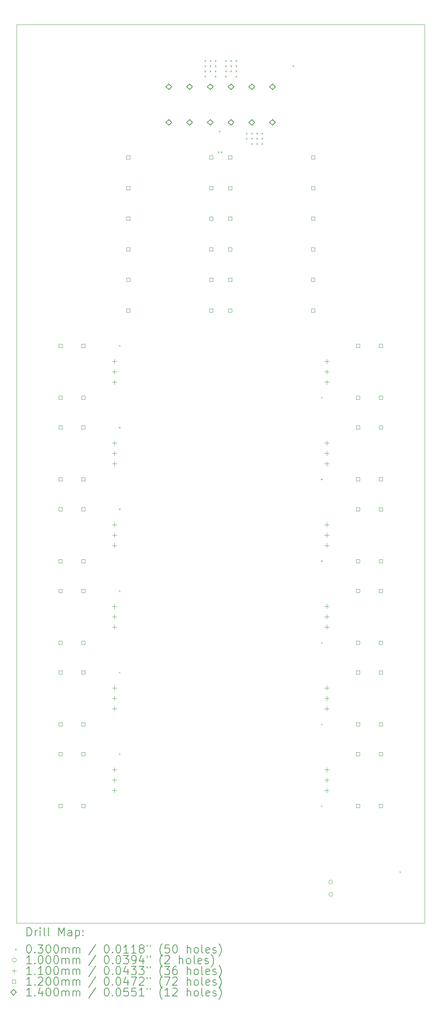
<source format=gbr>
%TF.GenerationSoftware,KiCad,Pcbnew,8.0.2*%
%TF.CreationDate,2024-12-14T16:27:33+01:00*%
%TF.ProjectId,pss_outstageboard,7073735f-6f75-4747-9374-616765626f61,1.0.0*%
%TF.SameCoordinates,Original*%
%TF.FileFunction,Drillmap*%
%TF.FilePolarity,Positive*%
%FSLAX45Y45*%
G04 Gerber Fmt 4.5, Leading zero omitted, Abs format (unit mm)*
G04 Created by KiCad (PCBNEW 8.0.2) date 2024-12-14 16:27:33*
%MOMM*%
%LPD*%
G01*
G04 APERTURE LIST*
%ADD10C,0.100000*%
%ADD11C,0.200000*%
%ADD12C,0.110000*%
%ADD13C,0.120000*%
%ADD14C,0.140000*%
G04 APERTURE END LIST*
D10*
X16000000Y-24000000D02*
X16000000Y-2000000D01*
X26000000Y-24000000D02*
X16000000Y-24000000D01*
X16000000Y-2000000D02*
X26000000Y-2000000D01*
X26000000Y-2000000D02*
X26000000Y-24000000D01*
D11*
D10*
X18507200Y-9850000D02*
X18537200Y-9880000D01*
X18537200Y-9850000D02*
X18507200Y-9880000D01*
X18507200Y-11850000D02*
X18537200Y-11880000D01*
X18537200Y-11850000D02*
X18507200Y-11880000D01*
X18507200Y-13850000D02*
X18537200Y-13880000D01*
X18537200Y-13850000D02*
X18507200Y-13880000D01*
X18507200Y-15850000D02*
X18537200Y-15880000D01*
X18537200Y-15850000D02*
X18507200Y-15880000D01*
X18507200Y-17850000D02*
X18537200Y-17880000D01*
X18537200Y-17850000D02*
X18507200Y-17880000D01*
X18507200Y-19850000D02*
X18537200Y-19880000D01*
X18537200Y-19850000D02*
X18507200Y-19880000D01*
X20604000Y-2874000D02*
X20634000Y-2904000D01*
X20634000Y-2874000D02*
X20604000Y-2904000D01*
X20604000Y-3001000D02*
X20634000Y-3031000D01*
X20634000Y-3001000D02*
X20604000Y-3031000D01*
X20604000Y-3128000D02*
X20634000Y-3158000D01*
X20634000Y-3128000D02*
X20604000Y-3158000D01*
X20604000Y-3255000D02*
X20634000Y-3285000D01*
X20634000Y-3255000D02*
X20604000Y-3285000D01*
X20731000Y-2874000D02*
X20761000Y-2904000D01*
X20761000Y-2874000D02*
X20731000Y-2904000D01*
X20731000Y-3001000D02*
X20761000Y-3031000D01*
X20761000Y-3001000D02*
X20731000Y-3031000D01*
X20731000Y-3128000D02*
X20761000Y-3158000D01*
X20761000Y-3128000D02*
X20731000Y-3158000D01*
X20858000Y-2874000D02*
X20888000Y-2904000D01*
X20888000Y-2874000D02*
X20858000Y-2904000D01*
X20858000Y-3001000D02*
X20888000Y-3031000D01*
X20888000Y-3001000D02*
X20858000Y-3031000D01*
X20858000Y-3128000D02*
X20888000Y-3158000D01*
X20888000Y-3128000D02*
X20858000Y-3158000D01*
X20858000Y-3255000D02*
X20888000Y-3285000D01*
X20888000Y-3255000D02*
X20858000Y-3285000D01*
X20934200Y-5109200D02*
X20964200Y-5139200D01*
X20964200Y-5109200D02*
X20934200Y-5139200D01*
X20959600Y-4601200D02*
X20989600Y-4631200D01*
X20989600Y-4601200D02*
X20959600Y-4631200D01*
X21011495Y-5108653D02*
X21041495Y-5138653D01*
X21041495Y-5108653D02*
X21011495Y-5138653D01*
X21112000Y-2874000D02*
X21142000Y-2904000D01*
X21142000Y-2874000D02*
X21112000Y-2904000D01*
X21112000Y-3001000D02*
X21142000Y-3031000D01*
X21142000Y-3001000D02*
X21112000Y-3031000D01*
X21112000Y-3128000D02*
X21142000Y-3158000D01*
X21142000Y-3128000D02*
X21112000Y-3158000D01*
X21112000Y-3255000D02*
X21142000Y-3285000D01*
X21142000Y-3255000D02*
X21112000Y-3285000D01*
X21239000Y-2874000D02*
X21269000Y-2904000D01*
X21269000Y-2874000D02*
X21239000Y-2904000D01*
X21239000Y-3001000D02*
X21269000Y-3031000D01*
X21269000Y-3001000D02*
X21239000Y-3031000D01*
X21239000Y-3128000D02*
X21269000Y-3158000D01*
X21269000Y-3128000D02*
X21239000Y-3158000D01*
X21366000Y-2874000D02*
X21396000Y-2904000D01*
X21396000Y-2874000D02*
X21366000Y-2904000D01*
X21366000Y-3001000D02*
X21396000Y-3031000D01*
X21396000Y-3001000D02*
X21366000Y-3031000D01*
X21366000Y-3128000D02*
X21396000Y-3158000D01*
X21396000Y-3128000D02*
X21366000Y-3158000D01*
X21366000Y-3255000D02*
X21396000Y-3285000D01*
X21396000Y-3255000D02*
X21366000Y-3285000D01*
X21620000Y-4652000D02*
X21650000Y-4682000D01*
X21650000Y-4652000D02*
X21620000Y-4682000D01*
X21620000Y-4779000D02*
X21650000Y-4809000D01*
X21650000Y-4779000D02*
X21620000Y-4809000D01*
X21747000Y-4652000D02*
X21777000Y-4682000D01*
X21777000Y-4652000D02*
X21747000Y-4682000D01*
X21747000Y-4779000D02*
X21777000Y-4809000D01*
X21777000Y-4779000D02*
X21747000Y-4809000D01*
X21747000Y-4906000D02*
X21777000Y-4936000D01*
X21777000Y-4906000D02*
X21747000Y-4936000D01*
X21874000Y-4652000D02*
X21904000Y-4682000D01*
X21904000Y-4652000D02*
X21874000Y-4682000D01*
X21874000Y-4779000D02*
X21904000Y-4809000D01*
X21904000Y-4779000D02*
X21874000Y-4809000D01*
X21874000Y-4906000D02*
X21904000Y-4936000D01*
X21904000Y-4906000D02*
X21874000Y-4936000D01*
X22001000Y-4652000D02*
X22031000Y-4682000D01*
X22031000Y-4652000D02*
X22001000Y-4682000D01*
X22001000Y-4779000D02*
X22031000Y-4809000D01*
X22031000Y-4779000D02*
X22001000Y-4809000D01*
X22001000Y-4906000D02*
X22031000Y-4936000D01*
X22031000Y-4906000D02*
X22001000Y-4936000D01*
X22763000Y-3001000D02*
X22793000Y-3031000D01*
X22793000Y-3001000D02*
X22763000Y-3031000D01*
X23462800Y-11120000D02*
X23492800Y-11150000D01*
X23492800Y-11120000D02*
X23462800Y-11150000D01*
X23462800Y-13120000D02*
X23492800Y-13150000D01*
X23492800Y-13120000D02*
X23462800Y-13150000D01*
X23462800Y-15120000D02*
X23492800Y-15150000D01*
X23492800Y-15120000D02*
X23462800Y-15150000D01*
X23462800Y-17120000D02*
X23492800Y-17150000D01*
X23492800Y-17120000D02*
X23462800Y-17150000D01*
X23462800Y-19120000D02*
X23492800Y-19150000D01*
X23492800Y-19120000D02*
X23462800Y-19150000D01*
X23462800Y-21120000D02*
X23492800Y-21150000D01*
X23492800Y-21120000D02*
X23462800Y-21150000D01*
X25385000Y-22735000D02*
X25415000Y-22765000D01*
X25415000Y-22735000D02*
X25385000Y-22765000D01*
X23750000Y-23000000D02*
G75*
G02*
X23650000Y-23000000I-50000J0D01*
G01*
X23650000Y-23000000D02*
G75*
G02*
X23750000Y-23000000I50000J0D01*
G01*
X23750000Y-23300000D02*
G75*
G02*
X23650000Y-23300000I-50000J0D01*
G01*
X23650000Y-23300000D02*
G75*
G02*
X23750000Y-23300000I50000J0D01*
G01*
D12*
X18400000Y-10191000D02*
X18400000Y-10301000D01*
X18345000Y-10246000D02*
X18455000Y-10246000D01*
X18400000Y-10445000D02*
X18400000Y-10555000D01*
X18345000Y-10500000D02*
X18455000Y-10500000D01*
X18400000Y-10699000D02*
X18400000Y-10809000D01*
X18345000Y-10754000D02*
X18455000Y-10754000D01*
X18400000Y-12191000D02*
X18400000Y-12301000D01*
X18345000Y-12246000D02*
X18455000Y-12246000D01*
X18400000Y-12445000D02*
X18400000Y-12555000D01*
X18345000Y-12500000D02*
X18455000Y-12500000D01*
X18400000Y-12699000D02*
X18400000Y-12809000D01*
X18345000Y-12754000D02*
X18455000Y-12754000D01*
X18400000Y-14191000D02*
X18400000Y-14301000D01*
X18345000Y-14246000D02*
X18455000Y-14246000D01*
X18400000Y-14445000D02*
X18400000Y-14555000D01*
X18345000Y-14500000D02*
X18455000Y-14500000D01*
X18400000Y-14699000D02*
X18400000Y-14809000D01*
X18345000Y-14754000D02*
X18455000Y-14754000D01*
X18400000Y-16191000D02*
X18400000Y-16301000D01*
X18345000Y-16246000D02*
X18455000Y-16246000D01*
X18400000Y-16445000D02*
X18400000Y-16555000D01*
X18345000Y-16500000D02*
X18455000Y-16500000D01*
X18400000Y-16699000D02*
X18400000Y-16809000D01*
X18345000Y-16754000D02*
X18455000Y-16754000D01*
X18400000Y-18191000D02*
X18400000Y-18301000D01*
X18345000Y-18246000D02*
X18455000Y-18246000D01*
X18400000Y-18445000D02*
X18400000Y-18555000D01*
X18345000Y-18500000D02*
X18455000Y-18500000D01*
X18400000Y-18699000D02*
X18400000Y-18809000D01*
X18345000Y-18754000D02*
X18455000Y-18754000D01*
X18400000Y-20191000D02*
X18400000Y-20301000D01*
X18345000Y-20246000D02*
X18455000Y-20246000D01*
X18400000Y-20445000D02*
X18400000Y-20555000D01*
X18345000Y-20500000D02*
X18455000Y-20500000D01*
X18400000Y-20699000D02*
X18400000Y-20809000D01*
X18345000Y-20754000D02*
X18455000Y-20754000D01*
X23600000Y-10191000D02*
X23600000Y-10301000D01*
X23545000Y-10246000D02*
X23655000Y-10246000D01*
X23600000Y-10445000D02*
X23600000Y-10555000D01*
X23545000Y-10500000D02*
X23655000Y-10500000D01*
X23600000Y-10699000D02*
X23600000Y-10809000D01*
X23545000Y-10754000D02*
X23655000Y-10754000D01*
X23600000Y-12191000D02*
X23600000Y-12301000D01*
X23545000Y-12246000D02*
X23655000Y-12246000D01*
X23600000Y-12445000D02*
X23600000Y-12555000D01*
X23545000Y-12500000D02*
X23655000Y-12500000D01*
X23600000Y-12699000D02*
X23600000Y-12809000D01*
X23545000Y-12754000D02*
X23655000Y-12754000D01*
X23600000Y-14191000D02*
X23600000Y-14301000D01*
X23545000Y-14246000D02*
X23655000Y-14246000D01*
X23600000Y-14445000D02*
X23600000Y-14555000D01*
X23545000Y-14500000D02*
X23655000Y-14500000D01*
X23600000Y-14699000D02*
X23600000Y-14809000D01*
X23545000Y-14754000D02*
X23655000Y-14754000D01*
X23600000Y-16191000D02*
X23600000Y-16301000D01*
X23545000Y-16246000D02*
X23655000Y-16246000D01*
X23600000Y-16445000D02*
X23600000Y-16555000D01*
X23545000Y-16500000D02*
X23655000Y-16500000D01*
X23600000Y-16699000D02*
X23600000Y-16809000D01*
X23545000Y-16754000D02*
X23655000Y-16754000D01*
X23600000Y-18191000D02*
X23600000Y-18301000D01*
X23545000Y-18246000D02*
X23655000Y-18246000D01*
X23600000Y-18445000D02*
X23600000Y-18555000D01*
X23545000Y-18500000D02*
X23655000Y-18500000D01*
X23600000Y-18699000D02*
X23600000Y-18809000D01*
X23545000Y-18754000D02*
X23655000Y-18754000D01*
X23600000Y-20191000D02*
X23600000Y-20301000D01*
X23545000Y-20246000D02*
X23655000Y-20246000D01*
X23600000Y-20445000D02*
X23600000Y-20555000D01*
X23545000Y-20500000D02*
X23655000Y-20500000D01*
X23600000Y-20699000D02*
X23600000Y-20809000D01*
X23545000Y-20754000D02*
X23655000Y-20754000D01*
D13*
X17114427Y-9907427D02*
X17114427Y-9822573D01*
X17029573Y-9822573D01*
X17029573Y-9907427D01*
X17114427Y-9907427D01*
X17114427Y-11177427D02*
X17114427Y-11092573D01*
X17029573Y-11092573D01*
X17029573Y-11177427D01*
X17114427Y-11177427D01*
X17114427Y-11907427D02*
X17114427Y-11822573D01*
X17029573Y-11822573D01*
X17029573Y-11907427D01*
X17114427Y-11907427D01*
X17114427Y-13177427D02*
X17114427Y-13092573D01*
X17029573Y-13092573D01*
X17029573Y-13177427D01*
X17114427Y-13177427D01*
X17114427Y-13907427D02*
X17114427Y-13822573D01*
X17029573Y-13822573D01*
X17029573Y-13907427D01*
X17114427Y-13907427D01*
X17114427Y-15177427D02*
X17114427Y-15092573D01*
X17029573Y-15092573D01*
X17029573Y-15177427D01*
X17114427Y-15177427D01*
X17114427Y-15907427D02*
X17114427Y-15822573D01*
X17029573Y-15822573D01*
X17029573Y-15907427D01*
X17114427Y-15907427D01*
X17114427Y-17177427D02*
X17114427Y-17092573D01*
X17029573Y-17092573D01*
X17029573Y-17177427D01*
X17114427Y-17177427D01*
X17114427Y-17907427D02*
X17114427Y-17822573D01*
X17029573Y-17822573D01*
X17029573Y-17907427D01*
X17114427Y-17907427D01*
X17114427Y-19177427D02*
X17114427Y-19092573D01*
X17029573Y-19092573D01*
X17029573Y-19177427D01*
X17114427Y-19177427D01*
X17114427Y-19907427D02*
X17114427Y-19822573D01*
X17029573Y-19822573D01*
X17029573Y-19907427D01*
X17114427Y-19907427D01*
X17114427Y-21177427D02*
X17114427Y-21092573D01*
X17029573Y-21092573D01*
X17029573Y-21177427D01*
X17114427Y-21177427D01*
X17673227Y-9907427D02*
X17673227Y-9822573D01*
X17588373Y-9822573D01*
X17588373Y-9907427D01*
X17673227Y-9907427D01*
X17673227Y-11177427D02*
X17673227Y-11092573D01*
X17588373Y-11092573D01*
X17588373Y-11177427D01*
X17673227Y-11177427D01*
X17673227Y-11907427D02*
X17673227Y-11822573D01*
X17588373Y-11822573D01*
X17588373Y-11907427D01*
X17673227Y-11907427D01*
X17673227Y-13177427D02*
X17673227Y-13092573D01*
X17588373Y-13092573D01*
X17588373Y-13177427D01*
X17673227Y-13177427D01*
X17673227Y-13907427D02*
X17673227Y-13822573D01*
X17588373Y-13822573D01*
X17588373Y-13907427D01*
X17673227Y-13907427D01*
X17673227Y-15177427D02*
X17673227Y-15092573D01*
X17588373Y-15092573D01*
X17588373Y-15177427D01*
X17673227Y-15177427D01*
X17673227Y-15907427D02*
X17673227Y-15822573D01*
X17588373Y-15822573D01*
X17588373Y-15907427D01*
X17673227Y-15907427D01*
X17673227Y-17177427D02*
X17673227Y-17092573D01*
X17588373Y-17092573D01*
X17588373Y-17177427D01*
X17673227Y-17177427D01*
X17673227Y-17907427D02*
X17673227Y-17822573D01*
X17588373Y-17822573D01*
X17588373Y-17907427D01*
X17673227Y-17907427D01*
X17673227Y-19177427D02*
X17673227Y-19092573D01*
X17588373Y-19092573D01*
X17588373Y-19177427D01*
X17673227Y-19177427D01*
X17673227Y-19907427D02*
X17673227Y-19822573D01*
X17588373Y-19822573D01*
X17588373Y-19907427D01*
X17673227Y-19907427D01*
X17673227Y-21177427D02*
X17673227Y-21092573D01*
X17588373Y-21092573D01*
X17588373Y-21177427D01*
X17673227Y-21177427D01*
X18776427Y-5292427D02*
X18776427Y-5207573D01*
X18691573Y-5207573D01*
X18691573Y-5292427D01*
X18776427Y-5292427D01*
X18776427Y-6042427D02*
X18776427Y-5957573D01*
X18691573Y-5957573D01*
X18691573Y-6042427D01*
X18776427Y-6042427D01*
X18776427Y-6792427D02*
X18776427Y-6707573D01*
X18691573Y-6707573D01*
X18691573Y-6792427D01*
X18776427Y-6792427D01*
X18776427Y-7542427D02*
X18776427Y-7457573D01*
X18691573Y-7457573D01*
X18691573Y-7542427D01*
X18776427Y-7542427D01*
X18776427Y-8292427D02*
X18776427Y-8207573D01*
X18691573Y-8207573D01*
X18691573Y-8292427D01*
X18776427Y-8292427D01*
X18776427Y-9042427D02*
X18776427Y-8957573D01*
X18691573Y-8957573D01*
X18691573Y-9042427D01*
X18776427Y-9042427D01*
X20808427Y-5292427D02*
X20808427Y-5207573D01*
X20723573Y-5207573D01*
X20723573Y-5292427D01*
X20808427Y-5292427D01*
X20808427Y-6042427D02*
X20808427Y-5957573D01*
X20723573Y-5957573D01*
X20723573Y-6042427D01*
X20808427Y-6042427D01*
X20808427Y-6792427D02*
X20808427Y-6707573D01*
X20723573Y-6707573D01*
X20723573Y-6792427D01*
X20808427Y-6792427D01*
X20808427Y-7542427D02*
X20808427Y-7457573D01*
X20723573Y-7457573D01*
X20723573Y-7542427D01*
X20808427Y-7542427D01*
X20808427Y-8292427D02*
X20808427Y-8207573D01*
X20723573Y-8207573D01*
X20723573Y-8292427D01*
X20808427Y-8292427D01*
X20808427Y-9042427D02*
X20808427Y-8957573D01*
X20723573Y-8957573D01*
X20723573Y-9042427D01*
X20808427Y-9042427D01*
X21276427Y-5292427D02*
X21276427Y-5207573D01*
X21191573Y-5207573D01*
X21191573Y-5292427D01*
X21276427Y-5292427D01*
X21276427Y-6042427D02*
X21276427Y-5957573D01*
X21191573Y-5957573D01*
X21191573Y-6042427D01*
X21276427Y-6042427D01*
X21276427Y-6792427D02*
X21276427Y-6707573D01*
X21191573Y-6707573D01*
X21191573Y-6792427D01*
X21276427Y-6792427D01*
X21276427Y-7542427D02*
X21276427Y-7457573D01*
X21191573Y-7457573D01*
X21191573Y-7542427D01*
X21276427Y-7542427D01*
X21276427Y-8292427D02*
X21276427Y-8207573D01*
X21191573Y-8207573D01*
X21191573Y-8292427D01*
X21276427Y-8292427D01*
X21276427Y-9042427D02*
X21276427Y-8957573D01*
X21191573Y-8957573D01*
X21191573Y-9042427D01*
X21276427Y-9042427D01*
X23308427Y-5292427D02*
X23308427Y-5207573D01*
X23223573Y-5207573D01*
X23223573Y-5292427D01*
X23308427Y-5292427D01*
X23308427Y-6042427D02*
X23308427Y-5957573D01*
X23223573Y-5957573D01*
X23223573Y-6042427D01*
X23308427Y-6042427D01*
X23308427Y-6792427D02*
X23308427Y-6707573D01*
X23223573Y-6707573D01*
X23223573Y-6792427D01*
X23308427Y-6792427D01*
X23308427Y-7542427D02*
X23308427Y-7457573D01*
X23223573Y-7457573D01*
X23223573Y-7542427D01*
X23308427Y-7542427D01*
X23308427Y-8292427D02*
X23308427Y-8207573D01*
X23223573Y-8207573D01*
X23223573Y-8292427D01*
X23308427Y-8292427D01*
X23308427Y-9042427D02*
X23308427Y-8957573D01*
X23223573Y-8957573D01*
X23223573Y-9042427D01*
X23308427Y-9042427D01*
X24411627Y-9907427D02*
X24411627Y-9822573D01*
X24326773Y-9822573D01*
X24326773Y-9907427D01*
X24411627Y-9907427D01*
X24411627Y-11177427D02*
X24411627Y-11092573D01*
X24326773Y-11092573D01*
X24326773Y-11177427D01*
X24411627Y-11177427D01*
X24411627Y-11907427D02*
X24411627Y-11822573D01*
X24326773Y-11822573D01*
X24326773Y-11907427D01*
X24411627Y-11907427D01*
X24411627Y-13177427D02*
X24411627Y-13092573D01*
X24326773Y-13092573D01*
X24326773Y-13177427D01*
X24411627Y-13177427D01*
X24411627Y-13907427D02*
X24411627Y-13822573D01*
X24326773Y-13822573D01*
X24326773Y-13907427D01*
X24411627Y-13907427D01*
X24411627Y-15177427D02*
X24411627Y-15092573D01*
X24326773Y-15092573D01*
X24326773Y-15177427D01*
X24411627Y-15177427D01*
X24411627Y-15907427D02*
X24411627Y-15822573D01*
X24326773Y-15822573D01*
X24326773Y-15907427D01*
X24411627Y-15907427D01*
X24411627Y-17177427D02*
X24411627Y-17092573D01*
X24326773Y-17092573D01*
X24326773Y-17177427D01*
X24411627Y-17177427D01*
X24411627Y-17907427D02*
X24411627Y-17822573D01*
X24326773Y-17822573D01*
X24326773Y-17907427D01*
X24411627Y-17907427D01*
X24411627Y-19177427D02*
X24411627Y-19092573D01*
X24326773Y-19092573D01*
X24326773Y-19177427D01*
X24411627Y-19177427D01*
X24411627Y-19907427D02*
X24411627Y-19822573D01*
X24326773Y-19822573D01*
X24326773Y-19907427D01*
X24411627Y-19907427D01*
X24411627Y-21177427D02*
X24411627Y-21092573D01*
X24326773Y-21092573D01*
X24326773Y-21177427D01*
X24411627Y-21177427D01*
X24970427Y-9907427D02*
X24970427Y-9822573D01*
X24885573Y-9822573D01*
X24885573Y-9907427D01*
X24970427Y-9907427D01*
X24970427Y-11177427D02*
X24970427Y-11092573D01*
X24885573Y-11092573D01*
X24885573Y-11177427D01*
X24970427Y-11177427D01*
X24970427Y-11907427D02*
X24970427Y-11822573D01*
X24885573Y-11822573D01*
X24885573Y-11907427D01*
X24970427Y-11907427D01*
X24970427Y-13177427D02*
X24970427Y-13092573D01*
X24885573Y-13092573D01*
X24885573Y-13177427D01*
X24970427Y-13177427D01*
X24970427Y-13907427D02*
X24970427Y-13822573D01*
X24885573Y-13822573D01*
X24885573Y-13907427D01*
X24970427Y-13907427D01*
X24970427Y-15177427D02*
X24970427Y-15092573D01*
X24885573Y-15092573D01*
X24885573Y-15177427D01*
X24970427Y-15177427D01*
X24970427Y-15907427D02*
X24970427Y-15822573D01*
X24885573Y-15822573D01*
X24885573Y-15907427D01*
X24970427Y-15907427D01*
X24970427Y-17177427D02*
X24970427Y-17092573D01*
X24885573Y-17092573D01*
X24885573Y-17177427D01*
X24970427Y-17177427D01*
X24970427Y-17907427D02*
X24970427Y-17822573D01*
X24885573Y-17822573D01*
X24885573Y-17907427D01*
X24970427Y-17907427D01*
X24970427Y-19177427D02*
X24970427Y-19092573D01*
X24885573Y-19092573D01*
X24885573Y-19177427D01*
X24970427Y-19177427D01*
X24970427Y-19907427D02*
X24970427Y-19822573D01*
X24885573Y-19822573D01*
X24885573Y-19907427D01*
X24970427Y-19907427D01*
X24970427Y-21177427D02*
X24970427Y-21092573D01*
X24885573Y-21092573D01*
X24885573Y-21177427D01*
X24970427Y-21177427D01*
D14*
X19730000Y-3594000D02*
X19800000Y-3524000D01*
X19730000Y-3454000D01*
X19660000Y-3524000D01*
X19730000Y-3594000D01*
X19730000Y-4464000D02*
X19800000Y-4394000D01*
X19730000Y-4324000D01*
X19660000Y-4394000D01*
X19730000Y-4464000D01*
X20238000Y-3594000D02*
X20308000Y-3524000D01*
X20238000Y-3454000D01*
X20168000Y-3524000D01*
X20238000Y-3594000D01*
X20238000Y-4464000D02*
X20308000Y-4394000D01*
X20238000Y-4324000D01*
X20168000Y-4394000D01*
X20238000Y-4464000D01*
X20746000Y-3594000D02*
X20816000Y-3524000D01*
X20746000Y-3454000D01*
X20676000Y-3524000D01*
X20746000Y-3594000D01*
X20746000Y-4464000D02*
X20816000Y-4394000D01*
X20746000Y-4324000D01*
X20676000Y-4394000D01*
X20746000Y-4464000D01*
X21254000Y-3594000D02*
X21324000Y-3524000D01*
X21254000Y-3454000D01*
X21184000Y-3524000D01*
X21254000Y-3594000D01*
X21254000Y-4464000D02*
X21324000Y-4394000D01*
X21254000Y-4324000D01*
X21184000Y-4394000D01*
X21254000Y-4464000D01*
X21762000Y-3594000D02*
X21832000Y-3524000D01*
X21762000Y-3454000D01*
X21692000Y-3524000D01*
X21762000Y-3594000D01*
X21762000Y-4464000D02*
X21832000Y-4394000D01*
X21762000Y-4324000D01*
X21692000Y-4394000D01*
X21762000Y-4464000D01*
X22270000Y-3594000D02*
X22340000Y-3524000D01*
X22270000Y-3454000D01*
X22200000Y-3524000D01*
X22270000Y-3594000D01*
X22270000Y-4464000D02*
X22340000Y-4394000D01*
X22270000Y-4324000D01*
X22200000Y-4394000D01*
X22270000Y-4464000D01*
D11*
X16255777Y-24316484D02*
X16255777Y-24116484D01*
X16255777Y-24116484D02*
X16303396Y-24116484D01*
X16303396Y-24116484D02*
X16331967Y-24126008D01*
X16331967Y-24126008D02*
X16351015Y-24145055D01*
X16351015Y-24145055D02*
X16360539Y-24164103D01*
X16360539Y-24164103D02*
X16370062Y-24202198D01*
X16370062Y-24202198D02*
X16370062Y-24230769D01*
X16370062Y-24230769D02*
X16360539Y-24268865D01*
X16360539Y-24268865D02*
X16351015Y-24287912D01*
X16351015Y-24287912D02*
X16331967Y-24306960D01*
X16331967Y-24306960D02*
X16303396Y-24316484D01*
X16303396Y-24316484D02*
X16255777Y-24316484D01*
X16455777Y-24316484D02*
X16455777Y-24183150D01*
X16455777Y-24221246D02*
X16465301Y-24202198D01*
X16465301Y-24202198D02*
X16474824Y-24192674D01*
X16474824Y-24192674D02*
X16493872Y-24183150D01*
X16493872Y-24183150D02*
X16512920Y-24183150D01*
X16579586Y-24316484D02*
X16579586Y-24183150D01*
X16579586Y-24116484D02*
X16570062Y-24126008D01*
X16570062Y-24126008D02*
X16579586Y-24135531D01*
X16579586Y-24135531D02*
X16589110Y-24126008D01*
X16589110Y-24126008D02*
X16579586Y-24116484D01*
X16579586Y-24116484D02*
X16579586Y-24135531D01*
X16703396Y-24316484D02*
X16684348Y-24306960D01*
X16684348Y-24306960D02*
X16674824Y-24287912D01*
X16674824Y-24287912D02*
X16674824Y-24116484D01*
X16808158Y-24316484D02*
X16789110Y-24306960D01*
X16789110Y-24306960D02*
X16779586Y-24287912D01*
X16779586Y-24287912D02*
X16779586Y-24116484D01*
X17036729Y-24316484D02*
X17036729Y-24116484D01*
X17036729Y-24116484D02*
X17103396Y-24259341D01*
X17103396Y-24259341D02*
X17170063Y-24116484D01*
X17170063Y-24116484D02*
X17170063Y-24316484D01*
X17351015Y-24316484D02*
X17351015Y-24211722D01*
X17351015Y-24211722D02*
X17341491Y-24192674D01*
X17341491Y-24192674D02*
X17322444Y-24183150D01*
X17322444Y-24183150D02*
X17284348Y-24183150D01*
X17284348Y-24183150D02*
X17265301Y-24192674D01*
X17351015Y-24306960D02*
X17331967Y-24316484D01*
X17331967Y-24316484D02*
X17284348Y-24316484D01*
X17284348Y-24316484D02*
X17265301Y-24306960D01*
X17265301Y-24306960D02*
X17255777Y-24287912D01*
X17255777Y-24287912D02*
X17255777Y-24268865D01*
X17255777Y-24268865D02*
X17265301Y-24249817D01*
X17265301Y-24249817D02*
X17284348Y-24240293D01*
X17284348Y-24240293D02*
X17331967Y-24240293D01*
X17331967Y-24240293D02*
X17351015Y-24230769D01*
X17446253Y-24183150D02*
X17446253Y-24383150D01*
X17446253Y-24192674D02*
X17465301Y-24183150D01*
X17465301Y-24183150D02*
X17503396Y-24183150D01*
X17503396Y-24183150D02*
X17522444Y-24192674D01*
X17522444Y-24192674D02*
X17531967Y-24202198D01*
X17531967Y-24202198D02*
X17541491Y-24221246D01*
X17541491Y-24221246D02*
X17541491Y-24278388D01*
X17541491Y-24278388D02*
X17531967Y-24297436D01*
X17531967Y-24297436D02*
X17522444Y-24306960D01*
X17522444Y-24306960D02*
X17503396Y-24316484D01*
X17503396Y-24316484D02*
X17465301Y-24316484D01*
X17465301Y-24316484D02*
X17446253Y-24306960D01*
X17627205Y-24297436D02*
X17636729Y-24306960D01*
X17636729Y-24306960D02*
X17627205Y-24316484D01*
X17627205Y-24316484D02*
X17617682Y-24306960D01*
X17617682Y-24306960D02*
X17627205Y-24297436D01*
X17627205Y-24297436D02*
X17627205Y-24316484D01*
X17627205Y-24192674D02*
X17636729Y-24202198D01*
X17636729Y-24202198D02*
X17627205Y-24211722D01*
X17627205Y-24211722D02*
X17617682Y-24202198D01*
X17617682Y-24202198D02*
X17627205Y-24192674D01*
X17627205Y-24192674D02*
X17627205Y-24211722D01*
D10*
X15965000Y-24630000D02*
X15995000Y-24660000D01*
X15995000Y-24630000D02*
X15965000Y-24660000D01*
D11*
X16293872Y-24536484D02*
X16312920Y-24536484D01*
X16312920Y-24536484D02*
X16331967Y-24546008D01*
X16331967Y-24546008D02*
X16341491Y-24555531D01*
X16341491Y-24555531D02*
X16351015Y-24574579D01*
X16351015Y-24574579D02*
X16360539Y-24612674D01*
X16360539Y-24612674D02*
X16360539Y-24660293D01*
X16360539Y-24660293D02*
X16351015Y-24698388D01*
X16351015Y-24698388D02*
X16341491Y-24717436D01*
X16341491Y-24717436D02*
X16331967Y-24726960D01*
X16331967Y-24726960D02*
X16312920Y-24736484D01*
X16312920Y-24736484D02*
X16293872Y-24736484D01*
X16293872Y-24736484D02*
X16274824Y-24726960D01*
X16274824Y-24726960D02*
X16265301Y-24717436D01*
X16265301Y-24717436D02*
X16255777Y-24698388D01*
X16255777Y-24698388D02*
X16246253Y-24660293D01*
X16246253Y-24660293D02*
X16246253Y-24612674D01*
X16246253Y-24612674D02*
X16255777Y-24574579D01*
X16255777Y-24574579D02*
X16265301Y-24555531D01*
X16265301Y-24555531D02*
X16274824Y-24546008D01*
X16274824Y-24546008D02*
X16293872Y-24536484D01*
X16446253Y-24717436D02*
X16455777Y-24726960D01*
X16455777Y-24726960D02*
X16446253Y-24736484D01*
X16446253Y-24736484D02*
X16436729Y-24726960D01*
X16436729Y-24726960D02*
X16446253Y-24717436D01*
X16446253Y-24717436D02*
X16446253Y-24736484D01*
X16522443Y-24536484D02*
X16646253Y-24536484D01*
X16646253Y-24536484D02*
X16579586Y-24612674D01*
X16579586Y-24612674D02*
X16608158Y-24612674D01*
X16608158Y-24612674D02*
X16627205Y-24622198D01*
X16627205Y-24622198D02*
X16636729Y-24631722D01*
X16636729Y-24631722D02*
X16646253Y-24650769D01*
X16646253Y-24650769D02*
X16646253Y-24698388D01*
X16646253Y-24698388D02*
X16636729Y-24717436D01*
X16636729Y-24717436D02*
X16627205Y-24726960D01*
X16627205Y-24726960D02*
X16608158Y-24736484D01*
X16608158Y-24736484D02*
X16551015Y-24736484D01*
X16551015Y-24736484D02*
X16531967Y-24726960D01*
X16531967Y-24726960D02*
X16522443Y-24717436D01*
X16770062Y-24536484D02*
X16789110Y-24536484D01*
X16789110Y-24536484D02*
X16808158Y-24546008D01*
X16808158Y-24546008D02*
X16817682Y-24555531D01*
X16817682Y-24555531D02*
X16827205Y-24574579D01*
X16827205Y-24574579D02*
X16836729Y-24612674D01*
X16836729Y-24612674D02*
X16836729Y-24660293D01*
X16836729Y-24660293D02*
X16827205Y-24698388D01*
X16827205Y-24698388D02*
X16817682Y-24717436D01*
X16817682Y-24717436D02*
X16808158Y-24726960D01*
X16808158Y-24726960D02*
X16789110Y-24736484D01*
X16789110Y-24736484D02*
X16770062Y-24736484D01*
X16770062Y-24736484D02*
X16751015Y-24726960D01*
X16751015Y-24726960D02*
X16741491Y-24717436D01*
X16741491Y-24717436D02*
X16731967Y-24698388D01*
X16731967Y-24698388D02*
X16722443Y-24660293D01*
X16722443Y-24660293D02*
X16722443Y-24612674D01*
X16722443Y-24612674D02*
X16731967Y-24574579D01*
X16731967Y-24574579D02*
X16741491Y-24555531D01*
X16741491Y-24555531D02*
X16751015Y-24546008D01*
X16751015Y-24546008D02*
X16770062Y-24536484D01*
X16960539Y-24536484D02*
X16979586Y-24536484D01*
X16979586Y-24536484D02*
X16998634Y-24546008D01*
X16998634Y-24546008D02*
X17008158Y-24555531D01*
X17008158Y-24555531D02*
X17017682Y-24574579D01*
X17017682Y-24574579D02*
X17027205Y-24612674D01*
X17027205Y-24612674D02*
X17027205Y-24660293D01*
X17027205Y-24660293D02*
X17017682Y-24698388D01*
X17017682Y-24698388D02*
X17008158Y-24717436D01*
X17008158Y-24717436D02*
X16998634Y-24726960D01*
X16998634Y-24726960D02*
X16979586Y-24736484D01*
X16979586Y-24736484D02*
X16960539Y-24736484D01*
X16960539Y-24736484D02*
X16941491Y-24726960D01*
X16941491Y-24726960D02*
X16931967Y-24717436D01*
X16931967Y-24717436D02*
X16922444Y-24698388D01*
X16922444Y-24698388D02*
X16912920Y-24660293D01*
X16912920Y-24660293D02*
X16912920Y-24612674D01*
X16912920Y-24612674D02*
X16922444Y-24574579D01*
X16922444Y-24574579D02*
X16931967Y-24555531D01*
X16931967Y-24555531D02*
X16941491Y-24546008D01*
X16941491Y-24546008D02*
X16960539Y-24536484D01*
X17112920Y-24736484D02*
X17112920Y-24603150D01*
X17112920Y-24622198D02*
X17122444Y-24612674D01*
X17122444Y-24612674D02*
X17141491Y-24603150D01*
X17141491Y-24603150D02*
X17170063Y-24603150D01*
X17170063Y-24603150D02*
X17189110Y-24612674D01*
X17189110Y-24612674D02*
X17198634Y-24631722D01*
X17198634Y-24631722D02*
X17198634Y-24736484D01*
X17198634Y-24631722D02*
X17208158Y-24612674D01*
X17208158Y-24612674D02*
X17227205Y-24603150D01*
X17227205Y-24603150D02*
X17255777Y-24603150D01*
X17255777Y-24603150D02*
X17274825Y-24612674D01*
X17274825Y-24612674D02*
X17284348Y-24631722D01*
X17284348Y-24631722D02*
X17284348Y-24736484D01*
X17379586Y-24736484D02*
X17379586Y-24603150D01*
X17379586Y-24622198D02*
X17389110Y-24612674D01*
X17389110Y-24612674D02*
X17408158Y-24603150D01*
X17408158Y-24603150D02*
X17436729Y-24603150D01*
X17436729Y-24603150D02*
X17455777Y-24612674D01*
X17455777Y-24612674D02*
X17465301Y-24631722D01*
X17465301Y-24631722D02*
X17465301Y-24736484D01*
X17465301Y-24631722D02*
X17474825Y-24612674D01*
X17474825Y-24612674D02*
X17493872Y-24603150D01*
X17493872Y-24603150D02*
X17522444Y-24603150D01*
X17522444Y-24603150D02*
X17541491Y-24612674D01*
X17541491Y-24612674D02*
X17551015Y-24631722D01*
X17551015Y-24631722D02*
X17551015Y-24736484D01*
X17941491Y-24526960D02*
X17770063Y-24784103D01*
X18198634Y-24536484D02*
X18217682Y-24536484D01*
X18217682Y-24536484D02*
X18236729Y-24546008D01*
X18236729Y-24546008D02*
X18246253Y-24555531D01*
X18246253Y-24555531D02*
X18255777Y-24574579D01*
X18255777Y-24574579D02*
X18265301Y-24612674D01*
X18265301Y-24612674D02*
X18265301Y-24660293D01*
X18265301Y-24660293D02*
X18255777Y-24698388D01*
X18255777Y-24698388D02*
X18246253Y-24717436D01*
X18246253Y-24717436D02*
X18236729Y-24726960D01*
X18236729Y-24726960D02*
X18217682Y-24736484D01*
X18217682Y-24736484D02*
X18198634Y-24736484D01*
X18198634Y-24736484D02*
X18179587Y-24726960D01*
X18179587Y-24726960D02*
X18170063Y-24717436D01*
X18170063Y-24717436D02*
X18160539Y-24698388D01*
X18160539Y-24698388D02*
X18151015Y-24660293D01*
X18151015Y-24660293D02*
X18151015Y-24612674D01*
X18151015Y-24612674D02*
X18160539Y-24574579D01*
X18160539Y-24574579D02*
X18170063Y-24555531D01*
X18170063Y-24555531D02*
X18179587Y-24546008D01*
X18179587Y-24546008D02*
X18198634Y-24536484D01*
X18351015Y-24717436D02*
X18360539Y-24726960D01*
X18360539Y-24726960D02*
X18351015Y-24736484D01*
X18351015Y-24736484D02*
X18341491Y-24726960D01*
X18341491Y-24726960D02*
X18351015Y-24717436D01*
X18351015Y-24717436D02*
X18351015Y-24736484D01*
X18484348Y-24536484D02*
X18503396Y-24536484D01*
X18503396Y-24536484D02*
X18522444Y-24546008D01*
X18522444Y-24546008D02*
X18531968Y-24555531D01*
X18531968Y-24555531D02*
X18541491Y-24574579D01*
X18541491Y-24574579D02*
X18551015Y-24612674D01*
X18551015Y-24612674D02*
X18551015Y-24660293D01*
X18551015Y-24660293D02*
X18541491Y-24698388D01*
X18541491Y-24698388D02*
X18531968Y-24717436D01*
X18531968Y-24717436D02*
X18522444Y-24726960D01*
X18522444Y-24726960D02*
X18503396Y-24736484D01*
X18503396Y-24736484D02*
X18484348Y-24736484D01*
X18484348Y-24736484D02*
X18465301Y-24726960D01*
X18465301Y-24726960D02*
X18455777Y-24717436D01*
X18455777Y-24717436D02*
X18446253Y-24698388D01*
X18446253Y-24698388D02*
X18436729Y-24660293D01*
X18436729Y-24660293D02*
X18436729Y-24612674D01*
X18436729Y-24612674D02*
X18446253Y-24574579D01*
X18446253Y-24574579D02*
X18455777Y-24555531D01*
X18455777Y-24555531D02*
X18465301Y-24546008D01*
X18465301Y-24546008D02*
X18484348Y-24536484D01*
X18741491Y-24736484D02*
X18627206Y-24736484D01*
X18684348Y-24736484D02*
X18684348Y-24536484D01*
X18684348Y-24536484D02*
X18665301Y-24565055D01*
X18665301Y-24565055D02*
X18646253Y-24584103D01*
X18646253Y-24584103D02*
X18627206Y-24593627D01*
X18931968Y-24736484D02*
X18817682Y-24736484D01*
X18874825Y-24736484D02*
X18874825Y-24536484D01*
X18874825Y-24536484D02*
X18855777Y-24565055D01*
X18855777Y-24565055D02*
X18836729Y-24584103D01*
X18836729Y-24584103D02*
X18817682Y-24593627D01*
X19046253Y-24622198D02*
X19027206Y-24612674D01*
X19027206Y-24612674D02*
X19017682Y-24603150D01*
X19017682Y-24603150D02*
X19008158Y-24584103D01*
X19008158Y-24584103D02*
X19008158Y-24574579D01*
X19008158Y-24574579D02*
X19017682Y-24555531D01*
X19017682Y-24555531D02*
X19027206Y-24546008D01*
X19027206Y-24546008D02*
X19046253Y-24536484D01*
X19046253Y-24536484D02*
X19084349Y-24536484D01*
X19084349Y-24536484D02*
X19103396Y-24546008D01*
X19103396Y-24546008D02*
X19112920Y-24555531D01*
X19112920Y-24555531D02*
X19122444Y-24574579D01*
X19122444Y-24574579D02*
X19122444Y-24584103D01*
X19122444Y-24584103D02*
X19112920Y-24603150D01*
X19112920Y-24603150D02*
X19103396Y-24612674D01*
X19103396Y-24612674D02*
X19084349Y-24622198D01*
X19084349Y-24622198D02*
X19046253Y-24622198D01*
X19046253Y-24622198D02*
X19027206Y-24631722D01*
X19027206Y-24631722D02*
X19017682Y-24641246D01*
X19017682Y-24641246D02*
X19008158Y-24660293D01*
X19008158Y-24660293D02*
X19008158Y-24698388D01*
X19008158Y-24698388D02*
X19017682Y-24717436D01*
X19017682Y-24717436D02*
X19027206Y-24726960D01*
X19027206Y-24726960D02*
X19046253Y-24736484D01*
X19046253Y-24736484D02*
X19084349Y-24736484D01*
X19084349Y-24736484D02*
X19103396Y-24726960D01*
X19103396Y-24726960D02*
X19112920Y-24717436D01*
X19112920Y-24717436D02*
X19122444Y-24698388D01*
X19122444Y-24698388D02*
X19122444Y-24660293D01*
X19122444Y-24660293D02*
X19112920Y-24641246D01*
X19112920Y-24641246D02*
X19103396Y-24631722D01*
X19103396Y-24631722D02*
X19084349Y-24622198D01*
X19198634Y-24536484D02*
X19198634Y-24574579D01*
X19274825Y-24536484D02*
X19274825Y-24574579D01*
X19570063Y-24812674D02*
X19560539Y-24803150D01*
X19560539Y-24803150D02*
X19541491Y-24774579D01*
X19541491Y-24774579D02*
X19531968Y-24755531D01*
X19531968Y-24755531D02*
X19522444Y-24726960D01*
X19522444Y-24726960D02*
X19512920Y-24679341D01*
X19512920Y-24679341D02*
X19512920Y-24641246D01*
X19512920Y-24641246D02*
X19522444Y-24593627D01*
X19522444Y-24593627D02*
X19531968Y-24565055D01*
X19531968Y-24565055D02*
X19541491Y-24546008D01*
X19541491Y-24546008D02*
X19560539Y-24517436D01*
X19560539Y-24517436D02*
X19570063Y-24507912D01*
X19741491Y-24536484D02*
X19646253Y-24536484D01*
X19646253Y-24536484D02*
X19636730Y-24631722D01*
X19636730Y-24631722D02*
X19646253Y-24622198D01*
X19646253Y-24622198D02*
X19665301Y-24612674D01*
X19665301Y-24612674D02*
X19712920Y-24612674D01*
X19712920Y-24612674D02*
X19731968Y-24622198D01*
X19731968Y-24622198D02*
X19741491Y-24631722D01*
X19741491Y-24631722D02*
X19751015Y-24650769D01*
X19751015Y-24650769D02*
X19751015Y-24698388D01*
X19751015Y-24698388D02*
X19741491Y-24717436D01*
X19741491Y-24717436D02*
X19731968Y-24726960D01*
X19731968Y-24726960D02*
X19712920Y-24736484D01*
X19712920Y-24736484D02*
X19665301Y-24736484D01*
X19665301Y-24736484D02*
X19646253Y-24726960D01*
X19646253Y-24726960D02*
X19636730Y-24717436D01*
X19874825Y-24536484D02*
X19893872Y-24536484D01*
X19893872Y-24536484D02*
X19912920Y-24546008D01*
X19912920Y-24546008D02*
X19922444Y-24555531D01*
X19922444Y-24555531D02*
X19931968Y-24574579D01*
X19931968Y-24574579D02*
X19941491Y-24612674D01*
X19941491Y-24612674D02*
X19941491Y-24660293D01*
X19941491Y-24660293D02*
X19931968Y-24698388D01*
X19931968Y-24698388D02*
X19922444Y-24717436D01*
X19922444Y-24717436D02*
X19912920Y-24726960D01*
X19912920Y-24726960D02*
X19893872Y-24736484D01*
X19893872Y-24736484D02*
X19874825Y-24736484D01*
X19874825Y-24736484D02*
X19855777Y-24726960D01*
X19855777Y-24726960D02*
X19846253Y-24717436D01*
X19846253Y-24717436D02*
X19836730Y-24698388D01*
X19836730Y-24698388D02*
X19827206Y-24660293D01*
X19827206Y-24660293D02*
X19827206Y-24612674D01*
X19827206Y-24612674D02*
X19836730Y-24574579D01*
X19836730Y-24574579D02*
X19846253Y-24555531D01*
X19846253Y-24555531D02*
X19855777Y-24546008D01*
X19855777Y-24546008D02*
X19874825Y-24536484D01*
X20179587Y-24736484D02*
X20179587Y-24536484D01*
X20265301Y-24736484D02*
X20265301Y-24631722D01*
X20265301Y-24631722D02*
X20255777Y-24612674D01*
X20255777Y-24612674D02*
X20236730Y-24603150D01*
X20236730Y-24603150D02*
X20208158Y-24603150D01*
X20208158Y-24603150D02*
X20189111Y-24612674D01*
X20189111Y-24612674D02*
X20179587Y-24622198D01*
X20389111Y-24736484D02*
X20370063Y-24726960D01*
X20370063Y-24726960D02*
X20360539Y-24717436D01*
X20360539Y-24717436D02*
X20351015Y-24698388D01*
X20351015Y-24698388D02*
X20351015Y-24641246D01*
X20351015Y-24641246D02*
X20360539Y-24622198D01*
X20360539Y-24622198D02*
X20370063Y-24612674D01*
X20370063Y-24612674D02*
X20389111Y-24603150D01*
X20389111Y-24603150D02*
X20417682Y-24603150D01*
X20417682Y-24603150D02*
X20436730Y-24612674D01*
X20436730Y-24612674D02*
X20446253Y-24622198D01*
X20446253Y-24622198D02*
X20455777Y-24641246D01*
X20455777Y-24641246D02*
X20455777Y-24698388D01*
X20455777Y-24698388D02*
X20446253Y-24717436D01*
X20446253Y-24717436D02*
X20436730Y-24726960D01*
X20436730Y-24726960D02*
X20417682Y-24736484D01*
X20417682Y-24736484D02*
X20389111Y-24736484D01*
X20570063Y-24736484D02*
X20551015Y-24726960D01*
X20551015Y-24726960D02*
X20541492Y-24707912D01*
X20541492Y-24707912D02*
X20541492Y-24536484D01*
X20722444Y-24726960D02*
X20703396Y-24736484D01*
X20703396Y-24736484D02*
X20665301Y-24736484D01*
X20665301Y-24736484D02*
X20646253Y-24726960D01*
X20646253Y-24726960D02*
X20636730Y-24707912D01*
X20636730Y-24707912D02*
X20636730Y-24631722D01*
X20636730Y-24631722D02*
X20646253Y-24612674D01*
X20646253Y-24612674D02*
X20665301Y-24603150D01*
X20665301Y-24603150D02*
X20703396Y-24603150D01*
X20703396Y-24603150D02*
X20722444Y-24612674D01*
X20722444Y-24612674D02*
X20731968Y-24631722D01*
X20731968Y-24631722D02*
X20731968Y-24650769D01*
X20731968Y-24650769D02*
X20636730Y-24669817D01*
X20808158Y-24726960D02*
X20827206Y-24736484D01*
X20827206Y-24736484D02*
X20865301Y-24736484D01*
X20865301Y-24736484D02*
X20884349Y-24726960D01*
X20884349Y-24726960D02*
X20893873Y-24707912D01*
X20893873Y-24707912D02*
X20893873Y-24698388D01*
X20893873Y-24698388D02*
X20884349Y-24679341D01*
X20884349Y-24679341D02*
X20865301Y-24669817D01*
X20865301Y-24669817D02*
X20836730Y-24669817D01*
X20836730Y-24669817D02*
X20817682Y-24660293D01*
X20817682Y-24660293D02*
X20808158Y-24641246D01*
X20808158Y-24641246D02*
X20808158Y-24631722D01*
X20808158Y-24631722D02*
X20817682Y-24612674D01*
X20817682Y-24612674D02*
X20836730Y-24603150D01*
X20836730Y-24603150D02*
X20865301Y-24603150D01*
X20865301Y-24603150D02*
X20884349Y-24612674D01*
X20960539Y-24812674D02*
X20970063Y-24803150D01*
X20970063Y-24803150D02*
X20989111Y-24774579D01*
X20989111Y-24774579D02*
X20998634Y-24755531D01*
X20998634Y-24755531D02*
X21008158Y-24726960D01*
X21008158Y-24726960D02*
X21017682Y-24679341D01*
X21017682Y-24679341D02*
X21017682Y-24641246D01*
X21017682Y-24641246D02*
X21008158Y-24593627D01*
X21008158Y-24593627D02*
X20998634Y-24565055D01*
X20998634Y-24565055D02*
X20989111Y-24546008D01*
X20989111Y-24546008D02*
X20970063Y-24517436D01*
X20970063Y-24517436D02*
X20960539Y-24507912D01*
D10*
X15995000Y-24909000D02*
G75*
G02*
X15895000Y-24909000I-50000J0D01*
G01*
X15895000Y-24909000D02*
G75*
G02*
X15995000Y-24909000I50000J0D01*
G01*
D11*
X16360539Y-25000484D02*
X16246253Y-25000484D01*
X16303396Y-25000484D02*
X16303396Y-24800484D01*
X16303396Y-24800484D02*
X16284348Y-24829055D01*
X16284348Y-24829055D02*
X16265301Y-24848103D01*
X16265301Y-24848103D02*
X16246253Y-24857627D01*
X16446253Y-24981436D02*
X16455777Y-24990960D01*
X16455777Y-24990960D02*
X16446253Y-25000484D01*
X16446253Y-25000484D02*
X16436729Y-24990960D01*
X16436729Y-24990960D02*
X16446253Y-24981436D01*
X16446253Y-24981436D02*
X16446253Y-25000484D01*
X16579586Y-24800484D02*
X16598634Y-24800484D01*
X16598634Y-24800484D02*
X16617682Y-24810008D01*
X16617682Y-24810008D02*
X16627205Y-24819531D01*
X16627205Y-24819531D02*
X16636729Y-24838579D01*
X16636729Y-24838579D02*
X16646253Y-24876674D01*
X16646253Y-24876674D02*
X16646253Y-24924293D01*
X16646253Y-24924293D02*
X16636729Y-24962388D01*
X16636729Y-24962388D02*
X16627205Y-24981436D01*
X16627205Y-24981436D02*
X16617682Y-24990960D01*
X16617682Y-24990960D02*
X16598634Y-25000484D01*
X16598634Y-25000484D02*
X16579586Y-25000484D01*
X16579586Y-25000484D02*
X16560539Y-24990960D01*
X16560539Y-24990960D02*
X16551015Y-24981436D01*
X16551015Y-24981436D02*
X16541491Y-24962388D01*
X16541491Y-24962388D02*
X16531967Y-24924293D01*
X16531967Y-24924293D02*
X16531967Y-24876674D01*
X16531967Y-24876674D02*
X16541491Y-24838579D01*
X16541491Y-24838579D02*
X16551015Y-24819531D01*
X16551015Y-24819531D02*
X16560539Y-24810008D01*
X16560539Y-24810008D02*
X16579586Y-24800484D01*
X16770062Y-24800484D02*
X16789110Y-24800484D01*
X16789110Y-24800484D02*
X16808158Y-24810008D01*
X16808158Y-24810008D02*
X16817682Y-24819531D01*
X16817682Y-24819531D02*
X16827205Y-24838579D01*
X16827205Y-24838579D02*
X16836729Y-24876674D01*
X16836729Y-24876674D02*
X16836729Y-24924293D01*
X16836729Y-24924293D02*
X16827205Y-24962388D01*
X16827205Y-24962388D02*
X16817682Y-24981436D01*
X16817682Y-24981436D02*
X16808158Y-24990960D01*
X16808158Y-24990960D02*
X16789110Y-25000484D01*
X16789110Y-25000484D02*
X16770062Y-25000484D01*
X16770062Y-25000484D02*
X16751015Y-24990960D01*
X16751015Y-24990960D02*
X16741491Y-24981436D01*
X16741491Y-24981436D02*
X16731967Y-24962388D01*
X16731967Y-24962388D02*
X16722443Y-24924293D01*
X16722443Y-24924293D02*
X16722443Y-24876674D01*
X16722443Y-24876674D02*
X16731967Y-24838579D01*
X16731967Y-24838579D02*
X16741491Y-24819531D01*
X16741491Y-24819531D02*
X16751015Y-24810008D01*
X16751015Y-24810008D02*
X16770062Y-24800484D01*
X16960539Y-24800484D02*
X16979586Y-24800484D01*
X16979586Y-24800484D02*
X16998634Y-24810008D01*
X16998634Y-24810008D02*
X17008158Y-24819531D01*
X17008158Y-24819531D02*
X17017682Y-24838579D01*
X17017682Y-24838579D02*
X17027205Y-24876674D01*
X17027205Y-24876674D02*
X17027205Y-24924293D01*
X17027205Y-24924293D02*
X17017682Y-24962388D01*
X17017682Y-24962388D02*
X17008158Y-24981436D01*
X17008158Y-24981436D02*
X16998634Y-24990960D01*
X16998634Y-24990960D02*
X16979586Y-25000484D01*
X16979586Y-25000484D02*
X16960539Y-25000484D01*
X16960539Y-25000484D02*
X16941491Y-24990960D01*
X16941491Y-24990960D02*
X16931967Y-24981436D01*
X16931967Y-24981436D02*
X16922444Y-24962388D01*
X16922444Y-24962388D02*
X16912920Y-24924293D01*
X16912920Y-24924293D02*
X16912920Y-24876674D01*
X16912920Y-24876674D02*
X16922444Y-24838579D01*
X16922444Y-24838579D02*
X16931967Y-24819531D01*
X16931967Y-24819531D02*
X16941491Y-24810008D01*
X16941491Y-24810008D02*
X16960539Y-24800484D01*
X17112920Y-25000484D02*
X17112920Y-24867150D01*
X17112920Y-24886198D02*
X17122444Y-24876674D01*
X17122444Y-24876674D02*
X17141491Y-24867150D01*
X17141491Y-24867150D02*
X17170063Y-24867150D01*
X17170063Y-24867150D02*
X17189110Y-24876674D01*
X17189110Y-24876674D02*
X17198634Y-24895722D01*
X17198634Y-24895722D02*
X17198634Y-25000484D01*
X17198634Y-24895722D02*
X17208158Y-24876674D01*
X17208158Y-24876674D02*
X17227205Y-24867150D01*
X17227205Y-24867150D02*
X17255777Y-24867150D01*
X17255777Y-24867150D02*
X17274825Y-24876674D01*
X17274825Y-24876674D02*
X17284348Y-24895722D01*
X17284348Y-24895722D02*
X17284348Y-25000484D01*
X17379586Y-25000484D02*
X17379586Y-24867150D01*
X17379586Y-24886198D02*
X17389110Y-24876674D01*
X17389110Y-24876674D02*
X17408158Y-24867150D01*
X17408158Y-24867150D02*
X17436729Y-24867150D01*
X17436729Y-24867150D02*
X17455777Y-24876674D01*
X17455777Y-24876674D02*
X17465301Y-24895722D01*
X17465301Y-24895722D02*
X17465301Y-25000484D01*
X17465301Y-24895722D02*
X17474825Y-24876674D01*
X17474825Y-24876674D02*
X17493872Y-24867150D01*
X17493872Y-24867150D02*
X17522444Y-24867150D01*
X17522444Y-24867150D02*
X17541491Y-24876674D01*
X17541491Y-24876674D02*
X17551015Y-24895722D01*
X17551015Y-24895722D02*
X17551015Y-25000484D01*
X17941491Y-24790960D02*
X17770063Y-25048103D01*
X18198634Y-24800484D02*
X18217682Y-24800484D01*
X18217682Y-24800484D02*
X18236729Y-24810008D01*
X18236729Y-24810008D02*
X18246253Y-24819531D01*
X18246253Y-24819531D02*
X18255777Y-24838579D01*
X18255777Y-24838579D02*
X18265301Y-24876674D01*
X18265301Y-24876674D02*
X18265301Y-24924293D01*
X18265301Y-24924293D02*
X18255777Y-24962388D01*
X18255777Y-24962388D02*
X18246253Y-24981436D01*
X18246253Y-24981436D02*
X18236729Y-24990960D01*
X18236729Y-24990960D02*
X18217682Y-25000484D01*
X18217682Y-25000484D02*
X18198634Y-25000484D01*
X18198634Y-25000484D02*
X18179587Y-24990960D01*
X18179587Y-24990960D02*
X18170063Y-24981436D01*
X18170063Y-24981436D02*
X18160539Y-24962388D01*
X18160539Y-24962388D02*
X18151015Y-24924293D01*
X18151015Y-24924293D02*
X18151015Y-24876674D01*
X18151015Y-24876674D02*
X18160539Y-24838579D01*
X18160539Y-24838579D02*
X18170063Y-24819531D01*
X18170063Y-24819531D02*
X18179587Y-24810008D01*
X18179587Y-24810008D02*
X18198634Y-24800484D01*
X18351015Y-24981436D02*
X18360539Y-24990960D01*
X18360539Y-24990960D02*
X18351015Y-25000484D01*
X18351015Y-25000484D02*
X18341491Y-24990960D01*
X18341491Y-24990960D02*
X18351015Y-24981436D01*
X18351015Y-24981436D02*
X18351015Y-25000484D01*
X18484348Y-24800484D02*
X18503396Y-24800484D01*
X18503396Y-24800484D02*
X18522444Y-24810008D01*
X18522444Y-24810008D02*
X18531968Y-24819531D01*
X18531968Y-24819531D02*
X18541491Y-24838579D01*
X18541491Y-24838579D02*
X18551015Y-24876674D01*
X18551015Y-24876674D02*
X18551015Y-24924293D01*
X18551015Y-24924293D02*
X18541491Y-24962388D01*
X18541491Y-24962388D02*
X18531968Y-24981436D01*
X18531968Y-24981436D02*
X18522444Y-24990960D01*
X18522444Y-24990960D02*
X18503396Y-25000484D01*
X18503396Y-25000484D02*
X18484348Y-25000484D01*
X18484348Y-25000484D02*
X18465301Y-24990960D01*
X18465301Y-24990960D02*
X18455777Y-24981436D01*
X18455777Y-24981436D02*
X18446253Y-24962388D01*
X18446253Y-24962388D02*
X18436729Y-24924293D01*
X18436729Y-24924293D02*
X18436729Y-24876674D01*
X18436729Y-24876674D02*
X18446253Y-24838579D01*
X18446253Y-24838579D02*
X18455777Y-24819531D01*
X18455777Y-24819531D02*
X18465301Y-24810008D01*
X18465301Y-24810008D02*
X18484348Y-24800484D01*
X18617682Y-24800484D02*
X18741491Y-24800484D01*
X18741491Y-24800484D02*
X18674825Y-24876674D01*
X18674825Y-24876674D02*
X18703396Y-24876674D01*
X18703396Y-24876674D02*
X18722444Y-24886198D01*
X18722444Y-24886198D02*
X18731968Y-24895722D01*
X18731968Y-24895722D02*
X18741491Y-24914769D01*
X18741491Y-24914769D02*
X18741491Y-24962388D01*
X18741491Y-24962388D02*
X18731968Y-24981436D01*
X18731968Y-24981436D02*
X18722444Y-24990960D01*
X18722444Y-24990960D02*
X18703396Y-25000484D01*
X18703396Y-25000484D02*
X18646253Y-25000484D01*
X18646253Y-25000484D02*
X18627206Y-24990960D01*
X18627206Y-24990960D02*
X18617682Y-24981436D01*
X18836729Y-25000484D02*
X18874825Y-25000484D01*
X18874825Y-25000484D02*
X18893872Y-24990960D01*
X18893872Y-24990960D02*
X18903396Y-24981436D01*
X18903396Y-24981436D02*
X18922444Y-24952865D01*
X18922444Y-24952865D02*
X18931968Y-24914769D01*
X18931968Y-24914769D02*
X18931968Y-24838579D01*
X18931968Y-24838579D02*
X18922444Y-24819531D01*
X18922444Y-24819531D02*
X18912920Y-24810008D01*
X18912920Y-24810008D02*
X18893872Y-24800484D01*
X18893872Y-24800484D02*
X18855777Y-24800484D01*
X18855777Y-24800484D02*
X18836729Y-24810008D01*
X18836729Y-24810008D02*
X18827206Y-24819531D01*
X18827206Y-24819531D02*
X18817682Y-24838579D01*
X18817682Y-24838579D02*
X18817682Y-24886198D01*
X18817682Y-24886198D02*
X18827206Y-24905246D01*
X18827206Y-24905246D02*
X18836729Y-24914769D01*
X18836729Y-24914769D02*
X18855777Y-24924293D01*
X18855777Y-24924293D02*
X18893872Y-24924293D01*
X18893872Y-24924293D02*
X18912920Y-24914769D01*
X18912920Y-24914769D02*
X18922444Y-24905246D01*
X18922444Y-24905246D02*
X18931968Y-24886198D01*
X19103396Y-24867150D02*
X19103396Y-25000484D01*
X19055777Y-24790960D02*
X19008158Y-24933817D01*
X19008158Y-24933817D02*
X19131968Y-24933817D01*
X19198634Y-24800484D02*
X19198634Y-24838579D01*
X19274825Y-24800484D02*
X19274825Y-24838579D01*
X19570063Y-25076674D02*
X19560539Y-25067150D01*
X19560539Y-25067150D02*
X19541491Y-25038579D01*
X19541491Y-25038579D02*
X19531968Y-25019531D01*
X19531968Y-25019531D02*
X19522444Y-24990960D01*
X19522444Y-24990960D02*
X19512920Y-24943341D01*
X19512920Y-24943341D02*
X19512920Y-24905246D01*
X19512920Y-24905246D02*
X19522444Y-24857627D01*
X19522444Y-24857627D02*
X19531968Y-24829055D01*
X19531968Y-24829055D02*
X19541491Y-24810008D01*
X19541491Y-24810008D02*
X19560539Y-24781436D01*
X19560539Y-24781436D02*
X19570063Y-24771912D01*
X19636730Y-24819531D02*
X19646253Y-24810008D01*
X19646253Y-24810008D02*
X19665301Y-24800484D01*
X19665301Y-24800484D02*
X19712920Y-24800484D01*
X19712920Y-24800484D02*
X19731968Y-24810008D01*
X19731968Y-24810008D02*
X19741491Y-24819531D01*
X19741491Y-24819531D02*
X19751015Y-24838579D01*
X19751015Y-24838579D02*
X19751015Y-24857627D01*
X19751015Y-24857627D02*
X19741491Y-24886198D01*
X19741491Y-24886198D02*
X19627206Y-25000484D01*
X19627206Y-25000484D02*
X19751015Y-25000484D01*
X19989111Y-25000484D02*
X19989111Y-24800484D01*
X20074825Y-25000484D02*
X20074825Y-24895722D01*
X20074825Y-24895722D02*
X20065301Y-24876674D01*
X20065301Y-24876674D02*
X20046253Y-24867150D01*
X20046253Y-24867150D02*
X20017682Y-24867150D01*
X20017682Y-24867150D02*
X19998634Y-24876674D01*
X19998634Y-24876674D02*
X19989111Y-24886198D01*
X20198634Y-25000484D02*
X20179587Y-24990960D01*
X20179587Y-24990960D02*
X20170063Y-24981436D01*
X20170063Y-24981436D02*
X20160539Y-24962388D01*
X20160539Y-24962388D02*
X20160539Y-24905246D01*
X20160539Y-24905246D02*
X20170063Y-24886198D01*
X20170063Y-24886198D02*
X20179587Y-24876674D01*
X20179587Y-24876674D02*
X20198634Y-24867150D01*
X20198634Y-24867150D02*
X20227206Y-24867150D01*
X20227206Y-24867150D02*
X20246253Y-24876674D01*
X20246253Y-24876674D02*
X20255777Y-24886198D01*
X20255777Y-24886198D02*
X20265301Y-24905246D01*
X20265301Y-24905246D02*
X20265301Y-24962388D01*
X20265301Y-24962388D02*
X20255777Y-24981436D01*
X20255777Y-24981436D02*
X20246253Y-24990960D01*
X20246253Y-24990960D02*
X20227206Y-25000484D01*
X20227206Y-25000484D02*
X20198634Y-25000484D01*
X20379587Y-25000484D02*
X20360539Y-24990960D01*
X20360539Y-24990960D02*
X20351015Y-24971912D01*
X20351015Y-24971912D02*
X20351015Y-24800484D01*
X20531968Y-24990960D02*
X20512920Y-25000484D01*
X20512920Y-25000484D02*
X20474825Y-25000484D01*
X20474825Y-25000484D02*
X20455777Y-24990960D01*
X20455777Y-24990960D02*
X20446253Y-24971912D01*
X20446253Y-24971912D02*
X20446253Y-24895722D01*
X20446253Y-24895722D02*
X20455777Y-24876674D01*
X20455777Y-24876674D02*
X20474825Y-24867150D01*
X20474825Y-24867150D02*
X20512920Y-24867150D01*
X20512920Y-24867150D02*
X20531968Y-24876674D01*
X20531968Y-24876674D02*
X20541492Y-24895722D01*
X20541492Y-24895722D02*
X20541492Y-24914769D01*
X20541492Y-24914769D02*
X20446253Y-24933817D01*
X20617682Y-24990960D02*
X20636730Y-25000484D01*
X20636730Y-25000484D02*
X20674825Y-25000484D01*
X20674825Y-25000484D02*
X20693873Y-24990960D01*
X20693873Y-24990960D02*
X20703396Y-24971912D01*
X20703396Y-24971912D02*
X20703396Y-24962388D01*
X20703396Y-24962388D02*
X20693873Y-24943341D01*
X20693873Y-24943341D02*
X20674825Y-24933817D01*
X20674825Y-24933817D02*
X20646253Y-24933817D01*
X20646253Y-24933817D02*
X20627206Y-24924293D01*
X20627206Y-24924293D02*
X20617682Y-24905246D01*
X20617682Y-24905246D02*
X20617682Y-24895722D01*
X20617682Y-24895722D02*
X20627206Y-24876674D01*
X20627206Y-24876674D02*
X20646253Y-24867150D01*
X20646253Y-24867150D02*
X20674825Y-24867150D01*
X20674825Y-24867150D02*
X20693873Y-24876674D01*
X20770063Y-25076674D02*
X20779587Y-25067150D01*
X20779587Y-25067150D02*
X20798634Y-25038579D01*
X20798634Y-25038579D02*
X20808158Y-25019531D01*
X20808158Y-25019531D02*
X20817682Y-24990960D01*
X20817682Y-24990960D02*
X20827206Y-24943341D01*
X20827206Y-24943341D02*
X20827206Y-24905246D01*
X20827206Y-24905246D02*
X20817682Y-24857627D01*
X20817682Y-24857627D02*
X20808158Y-24829055D01*
X20808158Y-24829055D02*
X20798634Y-24810008D01*
X20798634Y-24810008D02*
X20779587Y-24781436D01*
X20779587Y-24781436D02*
X20770063Y-24771912D01*
D12*
X15940000Y-25118000D02*
X15940000Y-25228000D01*
X15885000Y-25173000D02*
X15995000Y-25173000D01*
D11*
X16360539Y-25264484D02*
X16246253Y-25264484D01*
X16303396Y-25264484D02*
X16303396Y-25064484D01*
X16303396Y-25064484D02*
X16284348Y-25093055D01*
X16284348Y-25093055D02*
X16265301Y-25112103D01*
X16265301Y-25112103D02*
X16246253Y-25121627D01*
X16446253Y-25245436D02*
X16455777Y-25254960D01*
X16455777Y-25254960D02*
X16446253Y-25264484D01*
X16446253Y-25264484D02*
X16436729Y-25254960D01*
X16436729Y-25254960D02*
X16446253Y-25245436D01*
X16446253Y-25245436D02*
X16446253Y-25264484D01*
X16646253Y-25264484D02*
X16531967Y-25264484D01*
X16589110Y-25264484D02*
X16589110Y-25064484D01*
X16589110Y-25064484D02*
X16570062Y-25093055D01*
X16570062Y-25093055D02*
X16551015Y-25112103D01*
X16551015Y-25112103D02*
X16531967Y-25121627D01*
X16770062Y-25064484D02*
X16789110Y-25064484D01*
X16789110Y-25064484D02*
X16808158Y-25074008D01*
X16808158Y-25074008D02*
X16817682Y-25083531D01*
X16817682Y-25083531D02*
X16827205Y-25102579D01*
X16827205Y-25102579D02*
X16836729Y-25140674D01*
X16836729Y-25140674D02*
X16836729Y-25188293D01*
X16836729Y-25188293D02*
X16827205Y-25226388D01*
X16827205Y-25226388D02*
X16817682Y-25245436D01*
X16817682Y-25245436D02*
X16808158Y-25254960D01*
X16808158Y-25254960D02*
X16789110Y-25264484D01*
X16789110Y-25264484D02*
X16770062Y-25264484D01*
X16770062Y-25264484D02*
X16751015Y-25254960D01*
X16751015Y-25254960D02*
X16741491Y-25245436D01*
X16741491Y-25245436D02*
X16731967Y-25226388D01*
X16731967Y-25226388D02*
X16722443Y-25188293D01*
X16722443Y-25188293D02*
X16722443Y-25140674D01*
X16722443Y-25140674D02*
X16731967Y-25102579D01*
X16731967Y-25102579D02*
X16741491Y-25083531D01*
X16741491Y-25083531D02*
X16751015Y-25074008D01*
X16751015Y-25074008D02*
X16770062Y-25064484D01*
X16960539Y-25064484D02*
X16979586Y-25064484D01*
X16979586Y-25064484D02*
X16998634Y-25074008D01*
X16998634Y-25074008D02*
X17008158Y-25083531D01*
X17008158Y-25083531D02*
X17017682Y-25102579D01*
X17017682Y-25102579D02*
X17027205Y-25140674D01*
X17027205Y-25140674D02*
X17027205Y-25188293D01*
X17027205Y-25188293D02*
X17017682Y-25226388D01*
X17017682Y-25226388D02*
X17008158Y-25245436D01*
X17008158Y-25245436D02*
X16998634Y-25254960D01*
X16998634Y-25254960D02*
X16979586Y-25264484D01*
X16979586Y-25264484D02*
X16960539Y-25264484D01*
X16960539Y-25264484D02*
X16941491Y-25254960D01*
X16941491Y-25254960D02*
X16931967Y-25245436D01*
X16931967Y-25245436D02*
X16922444Y-25226388D01*
X16922444Y-25226388D02*
X16912920Y-25188293D01*
X16912920Y-25188293D02*
X16912920Y-25140674D01*
X16912920Y-25140674D02*
X16922444Y-25102579D01*
X16922444Y-25102579D02*
X16931967Y-25083531D01*
X16931967Y-25083531D02*
X16941491Y-25074008D01*
X16941491Y-25074008D02*
X16960539Y-25064484D01*
X17112920Y-25264484D02*
X17112920Y-25131150D01*
X17112920Y-25150198D02*
X17122444Y-25140674D01*
X17122444Y-25140674D02*
X17141491Y-25131150D01*
X17141491Y-25131150D02*
X17170063Y-25131150D01*
X17170063Y-25131150D02*
X17189110Y-25140674D01*
X17189110Y-25140674D02*
X17198634Y-25159722D01*
X17198634Y-25159722D02*
X17198634Y-25264484D01*
X17198634Y-25159722D02*
X17208158Y-25140674D01*
X17208158Y-25140674D02*
X17227205Y-25131150D01*
X17227205Y-25131150D02*
X17255777Y-25131150D01*
X17255777Y-25131150D02*
X17274825Y-25140674D01*
X17274825Y-25140674D02*
X17284348Y-25159722D01*
X17284348Y-25159722D02*
X17284348Y-25264484D01*
X17379586Y-25264484D02*
X17379586Y-25131150D01*
X17379586Y-25150198D02*
X17389110Y-25140674D01*
X17389110Y-25140674D02*
X17408158Y-25131150D01*
X17408158Y-25131150D02*
X17436729Y-25131150D01*
X17436729Y-25131150D02*
X17455777Y-25140674D01*
X17455777Y-25140674D02*
X17465301Y-25159722D01*
X17465301Y-25159722D02*
X17465301Y-25264484D01*
X17465301Y-25159722D02*
X17474825Y-25140674D01*
X17474825Y-25140674D02*
X17493872Y-25131150D01*
X17493872Y-25131150D02*
X17522444Y-25131150D01*
X17522444Y-25131150D02*
X17541491Y-25140674D01*
X17541491Y-25140674D02*
X17551015Y-25159722D01*
X17551015Y-25159722D02*
X17551015Y-25264484D01*
X17941491Y-25054960D02*
X17770063Y-25312103D01*
X18198634Y-25064484D02*
X18217682Y-25064484D01*
X18217682Y-25064484D02*
X18236729Y-25074008D01*
X18236729Y-25074008D02*
X18246253Y-25083531D01*
X18246253Y-25083531D02*
X18255777Y-25102579D01*
X18255777Y-25102579D02*
X18265301Y-25140674D01*
X18265301Y-25140674D02*
X18265301Y-25188293D01*
X18265301Y-25188293D02*
X18255777Y-25226388D01*
X18255777Y-25226388D02*
X18246253Y-25245436D01*
X18246253Y-25245436D02*
X18236729Y-25254960D01*
X18236729Y-25254960D02*
X18217682Y-25264484D01*
X18217682Y-25264484D02*
X18198634Y-25264484D01*
X18198634Y-25264484D02*
X18179587Y-25254960D01*
X18179587Y-25254960D02*
X18170063Y-25245436D01*
X18170063Y-25245436D02*
X18160539Y-25226388D01*
X18160539Y-25226388D02*
X18151015Y-25188293D01*
X18151015Y-25188293D02*
X18151015Y-25140674D01*
X18151015Y-25140674D02*
X18160539Y-25102579D01*
X18160539Y-25102579D02*
X18170063Y-25083531D01*
X18170063Y-25083531D02*
X18179587Y-25074008D01*
X18179587Y-25074008D02*
X18198634Y-25064484D01*
X18351015Y-25245436D02*
X18360539Y-25254960D01*
X18360539Y-25254960D02*
X18351015Y-25264484D01*
X18351015Y-25264484D02*
X18341491Y-25254960D01*
X18341491Y-25254960D02*
X18351015Y-25245436D01*
X18351015Y-25245436D02*
X18351015Y-25264484D01*
X18484348Y-25064484D02*
X18503396Y-25064484D01*
X18503396Y-25064484D02*
X18522444Y-25074008D01*
X18522444Y-25074008D02*
X18531968Y-25083531D01*
X18531968Y-25083531D02*
X18541491Y-25102579D01*
X18541491Y-25102579D02*
X18551015Y-25140674D01*
X18551015Y-25140674D02*
X18551015Y-25188293D01*
X18551015Y-25188293D02*
X18541491Y-25226388D01*
X18541491Y-25226388D02*
X18531968Y-25245436D01*
X18531968Y-25245436D02*
X18522444Y-25254960D01*
X18522444Y-25254960D02*
X18503396Y-25264484D01*
X18503396Y-25264484D02*
X18484348Y-25264484D01*
X18484348Y-25264484D02*
X18465301Y-25254960D01*
X18465301Y-25254960D02*
X18455777Y-25245436D01*
X18455777Y-25245436D02*
X18446253Y-25226388D01*
X18446253Y-25226388D02*
X18436729Y-25188293D01*
X18436729Y-25188293D02*
X18436729Y-25140674D01*
X18436729Y-25140674D02*
X18446253Y-25102579D01*
X18446253Y-25102579D02*
X18455777Y-25083531D01*
X18455777Y-25083531D02*
X18465301Y-25074008D01*
X18465301Y-25074008D02*
X18484348Y-25064484D01*
X18722444Y-25131150D02*
X18722444Y-25264484D01*
X18674825Y-25054960D02*
X18627206Y-25197817D01*
X18627206Y-25197817D02*
X18751015Y-25197817D01*
X18808158Y-25064484D02*
X18931968Y-25064484D01*
X18931968Y-25064484D02*
X18865301Y-25140674D01*
X18865301Y-25140674D02*
X18893872Y-25140674D01*
X18893872Y-25140674D02*
X18912920Y-25150198D01*
X18912920Y-25150198D02*
X18922444Y-25159722D01*
X18922444Y-25159722D02*
X18931968Y-25178769D01*
X18931968Y-25178769D02*
X18931968Y-25226388D01*
X18931968Y-25226388D02*
X18922444Y-25245436D01*
X18922444Y-25245436D02*
X18912920Y-25254960D01*
X18912920Y-25254960D02*
X18893872Y-25264484D01*
X18893872Y-25264484D02*
X18836729Y-25264484D01*
X18836729Y-25264484D02*
X18817682Y-25254960D01*
X18817682Y-25254960D02*
X18808158Y-25245436D01*
X18998634Y-25064484D02*
X19122444Y-25064484D01*
X19122444Y-25064484D02*
X19055777Y-25140674D01*
X19055777Y-25140674D02*
X19084349Y-25140674D01*
X19084349Y-25140674D02*
X19103396Y-25150198D01*
X19103396Y-25150198D02*
X19112920Y-25159722D01*
X19112920Y-25159722D02*
X19122444Y-25178769D01*
X19122444Y-25178769D02*
X19122444Y-25226388D01*
X19122444Y-25226388D02*
X19112920Y-25245436D01*
X19112920Y-25245436D02*
X19103396Y-25254960D01*
X19103396Y-25254960D02*
X19084349Y-25264484D01*
X19084349Y-25264484D02*
X19027206Y-25264484D01*
X19027206Y-25264484D02*
X19008158Y-25254960D01*
X19008158Y-25254960D02*
X18998634Y-25245436D01*
X19198634Y-25064484D02*
X19198634Y-25102579D01*
X19274825Y-25064484D02*
X19274825Y-25102579D01*
X19570063Y-25340674D02*
X19560539Y-25331150D01*
X19560539Y-25331150D02*
X19541491Y-25302579D01*
X19541491Y-25302579D02*
X19531968Y-25283531D01*
X19531968Y-25283531D02*
X19522444Y-25254960D01*
X19522444Y-25254960D02*
X19512920Y-25207341D01*
X19512920Y-25207341D02*
X19512920Y-25169246D01*
X19512920Y-25169246D02*
X19522444Y-25121627D01*
X19522444Y-25121627D02*
X19531968Y-25093055D01*
X19531968Y-25093055D02*
X19541491Y-25074008D01*
X19541491Y-25074008D02*
X19560539Y-25045436D01*
X19560539Y-25045436D02*
X19570063Y-25035912D01*
X19627206Y-25064484D02*
X19751015Y-25064484D01*
X19751015Y-25064484D02*
X19684349Y-25140674D01*
X19684349Y-25140674D02*
X19712920Y-25140674D01*
X19712920Y-25140674D02*
X19731968Y-25150198D01*
X19731968Y-25150198D02*
X19741491Y-25159722D01*
X19741491Y-25159722D02*
X19751015Y-25178769D01*
X19751015Y-25178769D02*
X19751015Y-25226388D01*
X19751015Y-25226388D02*
X19741491Y-25245436D01*
X19741491Y-25245436D02*
X19731968Y-25254960D01*
X19731968Y-25254960D02*
X19712920Y-25264484D01*
X19712920Y-25264484D02*
X19655777Y-25264484D01*
X19655777Y-25264484D02*
X19636730Y-25254960D01*
X19636730Y-25254960D02*
X19627206Y-25245436D01*
X19922444Y-25064484D02*
X19884349Y-25064484D01*
X19884349Y-25064484D02*
X19865301Y-25074008D01*
X19865301Y-25074008D02*
X19855777Y-25083531D01*
X19855777Y-25083531D02*
X19836730Y-25112103D01*
X19836730Y-25112103D02*
X19827206Y-25150198D01*
X19827206Y-25150198D02*
X19827206Y-25226388D01*
X19827206Y-25226388D02*
X19836730Y-25245436D01*
X19836730Y-25245436D02*
X19846253Y-25254960D01*
X19846253Y-25254960D02*
X19865301Y-25264484D01*
X19865301Y-25264484D02*
X19903396Y-25264484D01*
X19903396Y-25264484D02*
X19922444Y-25254960D01*
X19922444Y-25254960D02*
X19931968Y-25245436D01*
X19931968Y-25245436D02*
X19941491Y-25226388D01*
X19941491Y-25226388D02*
X19941491Y-25178769D01*
X19941491Y-25178769D02*
X19931968Y-25159722D01*
X19931968Y-25159722D02*
X19922444Y-25150198D01*
X19922444Y-25150198D02*
X19903396Y-25140674D01*
X19903396Y-25140674D02*
X19865301Y-25140674D01*
X19865301Y-25140674D02*
X19846253Y-25150198D01*
X19846253Y-25150198D02*
X19836730Y-25159722D01*
X19836730Y-25159722D02*
X19827206Y-25178769D01*
X20179587Y-25264484D02*
X20179587Y-25064484D01*
X20265301Y-25264484D02*
X20265301Y-25159722D01*
X20265301Y-25159722D02*
X20255777Y-25140674D01*
X20255777Y-25140674D02*
X20236730Y-25131150D01*
X20236730Y-25131150D02*
X20208158Y-25131150D01*
X20208158Y-25131150D02*
X20189111Y-25140674D01*
X20189111Y-25140674D02*
X20179587Y-25150198D01*
X20389111Y-25264484D02*
X20370063Y-25254960D01*
X20370063Y-25254960D02*
X20360539Y-25245436D01*
X20360539Y-25245436D02*
X20351015Y-25226388D01*
X20351015Y-25226388D02*
X20351015Y-25169246D01*
X20351015Y-25169246D02*
X20360539Y-25150198D01*
X20360539Y-25150198D02*
X20370063Y-25140674D01*
X20370063Y-25140674D02*
X20389111Y-25131150D01*
X20389111Y-25131150D02*
X20417682Y-25131150D01*
X20417682Y-25131150D02*
X20436730Y-25140674D01*
X20436730Y-25140674D02*
X20446253Y-25150198D01*
X20446253Y-25150198D02*
X20455777Y-25169246D01*
X20455777Y-25169246D02*
X20455777Y-25226388D01*
X20455777Y-25226388D02*
X20446253Y-25245436D01*
X20446253Y-25245436D02*
X20436730Y-25254960D01*
X20436730Y-25254960D02*
X20417682Y-25264484D01*
X20417682Y-25264484D02*
X20389111Y-25264484D01*
X20570063Y-25264484D02*
X20551015Y-25254960D01*
X20551015Y-25254960D02*
X20541492Y-25235912D01*
X20541492Y-25235912D02*
X20541492Y-25064484D01*
X20722444Y-25254960D02*
X20703396Y-25264484D01*
X20703396Y-25264484D02*
X20665301Y-25264484D01*
X20665301Y-25264484D02*
X20646253Y-25254960D01*
X20646253Y-25254960D02*
X20636730Y-25235912D01*
X20636730Y-25235912D02*
X20636730Y-25159722D01*
X20636730Y-25159722D02*
X20646253Y-25140674D01*
X20646253Y-25140674D02*
X20665301Y-25131150D01*
X20665301Y-25131150D02*
X20703396Y-25131150D01*
X20703396Y-25131150D02*
X20722444Y-25140674D01*
X20722444Y-25140674D02*
X20731968Y-25159722D01*
X20731968Y-25159722D02*
X20731968Y-25178769D01*
X20731968Y-25178769D02*
X20636730Y-25197817D01*
X20808158Y-25254960D02*
X20827206Y-25264484D01*
X20827206Y-25264484D02*
X20865301Y-25264484D01*
X20865301Y-25264484D02*
X20884349Y-25254960D01*
X20884349Y-25254960D02*
X20893873Y-25235912D01*
X20893873Y-25235912D02*
X20893873Y-25226388D01*
X20893873Y-25226388D02*
X20884349Y-25207341D01*
X20884349Y-25207341D02*
X20865301Y-25197817D01*
X20865301Y-25197817D02*
X20836730Y-25197817D01*
X20836730Y-25197817D02*
X20817682Y-25188293D01*
X20817682Y-25188293D02*
X20808158Y-25169246D01*
X20808158Y-25169246D02*
X20808158Y-25159722D01*
X20808158Y-25159722D02*
X20817682Y-25140674D01*
X20817682Y-25140674D02*
X20836730Y-25131150D01*
X20836730Y-25131150D02*
X20865301Y-25131150D01*
X20865301Y-25131150D02*
X20884349Y-25140674D01*
X20960539Y-25340674D02*
X20970063Y-25331150D01*
X20970063Y-25331150D02*
X20989111Y-25302579D01*
X20989111Y-25302579D02*
X20998634Y-25283531D01*
X20998634Y-25283531D02*
X21008158Y-25254960D01*
X21008158Y-25254960D02*
X21017682Y-25207341D01*
X21017682Y-25207341D02*
X21017682Y-25169246D01*
X21017682Y-25169246D02*
X21008158Y-25121627D01*
X21008158Y-25121627D02*
X20998634Y-25093055D01*
X20998634Y-25093055D02*
X20989111Y-25074008D01*
X20989111Y-25074008D02*
X20970063Y-25045436D01*
X20970063Y-25045436D02*
X20960539Y-25035912D01*
D13*
X15977427Y-25479427D02*
X15977427Y-25394573D01*
X15892573Y-25394573D01*
X15892573Y-25479427D01*
X15977427Y-25479427D01*
D11*
X16360539Y-25528484D02*
X16246253Y-25528484D01*
X16303396Y-25528484D02*
X16303396Y-25328484D01*
X16303396Y-25328484D02*
X16284348Y-25357055D01*
X16284348Y-25357055D02*
X16265301Y-25376103D01*
X16265301Y-25376103D02*
X16246253Y-25385627D01*
X16446253Y-25509436D02*
X16455777Y-25518960D01*
X16455777Y-25518960D02*
X16446253Y-25528484D01*
X16446253Y-25528484D02*
X16436729Y-25518960D01*
X16436729Y-25518960D02*
X16446253Y-25509436D01*
X16446253Y-25509436D02*
X16446253Y-25528484D01*
X16531967Y-25347531D02*
X16541491Y-25338008D01*
X16541491Y-25338008D02*
X16560539Y-25328484D01*
X16560539Y-25328484D02*
X16608158Y-25328484D01*
X16608158Y-25328484D02*
X16627205Y-25338008D01*
X16627205Y-25338008D02*
X16636729Y-25347531D01*
X16636729Y-25347531D02*
X16646253Y-25366579D01*
X16646253Y-25366579D02*
X16646253Y-25385627D01*
X16646253Y-25385627D02*
X16636729Y-25414198D01*
X16636729Y-25414198D02*
X16522443Y-25528484D01*
X16522443Y-25528484D02*
X16646253Y-25528484D01*
X16770062Y-25328484D02*
X16789110Y-25328484D01*
X16789110Y-25328484D02*
X16808158Y-25338008D01*
X16808158Y-25338008D02*
X16817682Y-25347531D01*
X16817682Y-25347531D02*
X16827205Y-25366579D01*
X16827205Y-25366579D02*
X16836729Y-25404674D01*
X16836729Y-25404674D02*
X16836729Y-25452293D01*
X16836729Y-25452293D02*
X16827205Y-25490388D01*
X16827205Y-25490388D02*
X16817682Y-25509436D01*
X16817682Y-25509436D02*
X16808158Y-25518960D01*
X16808158Y-25518960D02*
X16789110Y-25528484D01*
X16789110Y-25528484D02*
X16770062Y-25528484D01*
X16770062Y-25528484D02*
X16751015Y-25518960D01*
X16751015Y-25518960D02*
X16741491Y-25509436D01*
X16741491Y-25509436D02*
X16731967Y-25490388D01*
X16731967Y-25490388D02*
X16722443Y-25452293D01*
X16722443Y-25452293D02*
X16722443Y-25404674D01*
X16722443Y-25404674D02*
X16731967Y-25366579D01*
X16731967Y-25366579D02*
X16741491Y-25347531D01*
X16741491Y-25347531D02*
X16751015Y-25338008D01*
X16751015Y-25338008D02*
X16770062Y-25328484D01*
X16960539Y-25328484D02*
X16979586Y-25328484D01*
X16979586Y-25328484D02*
X16998634Y-25338008D01*
X16998634Y-25338008D02*
X17008158Y-25347531D01*
X17008158Y-25347531D02*
X17017682Y-25366579D01*
X17017682Y-25366579D02*
X17027205Y-25404674D01*
X17027205Y-25404674D02*
X17027205Y-25452293D01*
X17027205Y-25452293D02*
X17017682Y-25490388D01*
X17017682Y-25490388D02*
X17008158Y-25509436D01*
X17008158Y-25509436D02*
X16998634Y-25518960D01*
X16998634Y-25518960D02*
X16979586Y-25528484D01*
X16979586Y-25528484D02*
X16960539Y-25528484D01*
X16960539Y-25528484D02*
X16941491Y-25518960D01*
X16941491Y-25518960D02*
X16931967Y-25509436D01*
X16931967Y-25509436D02*
X16922444Y-25490388D01*
X16922444Y-25490388D02*
X16912920Y-25452293D01*
X16912920Y-25452293D02*
X16912920Y-25404674D01*
X16912920Y-25404674D02*
X16922444Y-25366579D01*
X16922444Y-25366579D02*
X16931967Y-25347531D01*
X16931967Y-25347531D02*
X16941491Y-25338008D01*
X16941491Y-25338008D02*
X16960539Y-25328484D01*
X17112920Y-25528484D02*
X17112920Y-25395150D01*
X17112920Y-25414198D02*
X17122444Y-25404674D01*
X17122444Y-25404674D02*
X17141491Y-25395150D01*
X17141491Y-25395150D02*
X17170063Y-25395150D01*
X17170063Y-25395150D02*
X17189110Y-25404674D01*
X17189110Y-25404674D02*
X17198634Y-25423722D01*
X17198634Y-25423722D02*
X17198634Y-25528484D01*
X17198634Y-25423722D02*
X17208158Y-25404674D01*
X17208158Y-25404674D02*
X17227205Y-25395150D01*
X17227205Y-25395150D02*
X17255777Y-25395150D01*
X17255777Y-25395150D02*
X17274825Y-25404674D01*
X17274825Y-25404674D02*
X17284348Y-25423722D01*
X17284348Y-25423722D02*
X17284348Y-25528484D01*
X17379586Y-25528484D02*
X17379586Y-25395150D01*
X17379586Y-25414198D02*
X17389110Y-25404674D01*
X17389110Y-25404674D02*
X17408158Y-25395150D01*
X17408158Y-25395150D02*
X17436729Y-25395150D01*
X17436729Y-25395150D02*
X17455777Y-25404674D01*
X17455777Y-25404674D02*
X17465301Y-25423722D01*
X17465301Y-25423722D02*
X17465301Y-25528484D01*
X17465301Y-25423722D02*
X17474825Y-25404674D01*
X17474825Y-25404674D02*
X17493872Y-25395150D01*
X17493872Y-25395150D02*
X17522444Y-25395150D01*
X17522444Y-25395150D02*
X17541491Y-25404674D01*
X17541491Y-25404674D02*
X17551015Y-25423722D01*
X17551015Y-25423722D02*
X17551015Y-25528484D01*
X17941491Y-25318960D02*
X17770063Y-25576103D01*
X18198634Y-25328484D02*
X18217682Y-25328484D01*
X18217682Y-25328484D02*
X18236729Y-25338008D01*
X18236729Y-25338008D02*
X18246253Y-25347531D01*
X18246253Y-25347531D02*
X18255777Y-25366579D01*
X18255777Y-25366579D02*
X18265301Y-25404674D01*
X18265301Y-25404674D02*
X18265301Y-25452293D01*
X18265301Y-25452293D02*
X18255777Y-25490388D01*
X18255777Y-25490388D02*
X18246253Y-25509436D01*
X18246253Y-25509436D02*
X18236729Y-25518960D01*
X18236729Y-25518960D02*
X18217682Y-25528484D01*
X18217682Y-25528484D02*
X18198634Y-25528484D01*
X18198634Y-25528484D02*
X18179587Y-25518960D01*
X18179587Y-25518960D02*
X18170063Y-25509436D01*
X18170063Y-25509436D02*
X18160539Y-25490388D01*
X18160539Y-25490388D02*
X18151015Y-25452293D01*
X18151015Y-25452293D02*
X18151015Y-25404674D01*
X18151015Y-25404674D02*
X18160539Y-25366579D01*
X18160539Y-25366579D02*
X18170063Y-25347531D01*
X18170063Y-25347531D02*
X18179587Y-25338008D01*
X18179587Y-25338008D02*
X18198634Y-25328484D01*
X18351015Y-25509436D02*
X18360539Y-25518960D01*
X18360539Y-25518960D02*
X18351015Y-25528484D01*
X18351015Y-25528484D02*
X18341491Y-25518960D01*
X18341491Y-25518960D02*
X18351015Y-25509436D01*
X18351015Y-25509436D02*
X18351015Y-25528484D01*
X18484348Y-25328484D02*
X18503396Y-25328484D01*
X18503396Y-25328484D02*
X18522444Y-25338008D01*
X18522444Y-25338008D02*
X18531968Y-25347531D01*
X18531968Y-25347531D02*
X18541491Y-25366579D01*
X18541491Y-25366579D02*
X18551015Y-25404674D01*
X18551015Y-25404674D02*
X18551015Y-25452293D01*
X18551015Y-25452293D02*
X18541491Y-25490388D01*
X18541491Y-25490388D02*
X18531968Y-25509436D01*
X18531968Y-25509436D02*
X18522444Y-25518960D01*
X18522444Y-25518960D02*
X18503396Y-25528484D01*
X18503396Y-25528484D02*
X18484348Y-25528484D01*
X18484348Y-25528484D02*
X18465301Y-25518960D01*
X18465301Y-25518960D02*
X18455777Y-25509436D01*
X18455777Y-25509436D02*
X18446253Y-25490388D01*
X18446253Y-25490388D02*
X18436729Y-25452293D01*
X18436729Y-25452293D02*
X18436729Y-25404674D01*
X18436729Y-25404674D02*
X18446253Y-25366579D01*
X18446253Y-25366579D02*
X18455777Y-25347531D01*
X18455777Y-25347531D02*
X18465301Y-25338008D01*
X18465301Y-25338008D02*
X18484348Y-25328484D01*
X18722444Y-25395150D02*
X18722444Y-25528484D01*
X18674825Y-25318960D02*
X18627206Y-25461817D01*
X18627206Y-25461817D02*
X18751015Y-25461817D01*
X18808158Y-25328484D02*
X18941491Y-25328484D01*
X18941491Y-25328484D02*
X18855777Y-25528484D01*
X19008158Y-25347531D02*
X19017682Y-25338008D01*
X19017682Y-25338008D02*
X19036729Y-25328484D01*
X19036729Y-25328484D02*
X19084349Y-25328484D01*
X19084349Y-25328484D02*
X19103396Y-25338008D01*
X19103396Y-25338008D02*
X19112920Y-25347531D01*
X19112920Y-25347531D02*
X19122444Y-25366579D01*
X19122444Y-25366579D02*
X19122444Y-25385627D01*
X19122444Y-25385627D02*
X19112920Y-25414198D01*
X19112920Y-25414198D02*
X18998634Y-25528484D01*
X18998634Y-25528484D02*
X19122444Y-25528484D01*
X19198634Y-25328484D02*
X19198634Y-25366579D01*
X19274825Y-25328484D02*
X19274825Y-25366579D01*
X19570063Y-25604674D02*
X19560539Y-25595150D01*
X19560539Y-25595150D02*
X19541491Y-25566579D01*
X19541491Y-25566579D02*
X19531968Y-25547531D01*
X19531968Y-25547531D02*
X19522444Y-25518960D01*
X19522444Y-25518960D02*
X19512920Y-25471341D01*
X19512920Y-25471341D02*
X19512920Y-25433246D01*
X19512920Y-25433246D02*
X19522444Y-25385627D01*
X19522444Y-25385627D02*
X19531968Y-25357055D01*
X19531968Y-25357055D02*
X19541491Y-25338008D01*
X19541491Y-25338008D02*
X19560539Y-25309436D01*
X19560539Y-25309436D02*
X19570063Y-25299912D01*
X19627206Y-25328484D02*
X19760539Y-25328484D01*
X19760539Y-25328484D02*
X19674825Y-25528484D01*
X19827206Y-25347531D02*
X19836730Y-25338008D01*
X19836730Y-25338008D02*
X19855777Y-25328484D01*
X19855777Y-25328484D02*
X19903396Y-25328484D01*
X19903396Y-25328484D02*
X19922444Y-25338008D01*
X19922444Y-25338008D02*
X19931968Y-25347531D01*
X19931968Y-25347531D02*
X19941491Y-25366579D01*
X19941491Y-25366579D02*
X19941491Y-25385627D01*
X19941491Y-25385627D02*
X19931968Y-25414198D01*
X19931968Y-25414198D02*
X19817682Y-25528484D01*
X19817682Y-25528484D02*
X19941491Y-25528484D01*
X20179587Y-25528484D02*
X20179587Y-25328484D01*
X20265301Y-25528484D02*
X20265301Y-25423722D01*
X20265301Y-25423722D02*
X20255777Y-25404674D01*
X20255777Y-25404674D02*
X20236730Y-25395150D01*
X20236730Y-25395150D02*
X20208158Y-25395150D01*
X20208158Y-25395150D02*
X20189111Y-25404674D01*
X20189111Y-25404674D02*
X20179587Y-25414198D01*
X20389111Y-25528484D02*
X20370063Y-25518960D01*
X20370063Y-25518960D02*
X20360539Y-25509436D01*
X20360539Y-25509436D02*
X20351015Y-25490388D01*
X20351015Y-25490388D02*
X20351015Y-25433246D01*
X20351015Y-25433246D02*
X20360539Y-25414198D01*
X20360539Y-25414198D02*
X20370063Y-25404674D01*
X20370063Y-25404674D02*
X20389111Y-25395150D01*
X20389111Y-25395150D02*
X20417682Y-25395150D01*
X20417682Y-25395150D02*
X20436730Y-25404674D01*
X20436730Y-25404674D02*
X20446253Y-25414198D01*
X20446253Y-25414198D02*
X20455777Y-25433246D01*
X20455777Y-25433246D02*
X20455777Y-25490388D01*
X20455777Y-25490388D02*
X20446253Y-25509436D01*
X20446253Y-25509436D02*
X20436730Y-25518960D01*
X20436730Y-25518960D02*
X20417682Y-25528484D01*
X20417682Y-25528484D02*
X20389111Y-25528484D01*
X20570063Y-25528484D02*
X20551015Y-25518960D01*
X20551015Y-25518960D02*
X20541492Y-25499912D01*
X20541492Y-25499912D02*
X20541492Y-25328484D01*
X20722444Y-25518960D02*
X20703396Y-25528484D01*
X20703396Y-25528484D02*
X20665301Y-25528484D01*
X20665301Y-25528484D02*
X20646253Y-25518960D01*
X20646253Y-25518960D02*
X20636730Y-25499912D01*
X20636730Y-25499912D02*
X20636730Y-25423722D01*
X20636730Y-25423722D02*
X20646253Y-25404674D01*
X20646253Y-25404674D02*
X20665301Y-25395150D01*
X20665301Y-25395150D02*
X20703396Y-25395150D01*
X20703396Y-25395150D02*
X20722444Y-25404674D01*
X20722444Y-25404674D02*
X20731968Y-25423722D01*
X20731968Y-25423722D02*
X20731968Y-25442769D01*
X20731968Y-25442769D02*
X20636730Y-25461817D01*
X20808158Y-25518960D02*
X20827206Y-25528484D01*
X20827206Y-25528484D02*
X20865301Y-25528484D01*
X20865301Y-25528484D02*
X20884349Y-25518960D01*
X20884349Y-25518960D02*
X20893873Y-25499912D01*
X20893873Y-25499912D02*
X20893873Y-25490388D01*
X20893873Y-25490388D02*
X20884349Y-25471341D01*
X20884349Y-25471341D02*
X20865301Y-25461817D01*
X20865301Y-25461817D02*
X20836730Y-25461817D01*
X20836730Y-25461817D02*
X20817682Y-25452293D01*
X20817682Y-25452293D02*
X20808158Y-25433246D01*
X20808158Y-25433246D02*
X20808158Y-25423722D01*
X20808158Y-25423722D02*
X20817682Y-25404674D01*
X20817682Y-25404674D02*
X20836730Y-25395150D01*
X20836730Y-25395150D02*
X20865301Y-25395150D01*
X20865301Y-25395150D02*
X20884349Y-25404674D01*
X20960539Y-25604674D02*
X20970063Y-25595150D01*
X20970063Y-25595150D02*
X20989111Y-25566579D01*
X20989111Y-25566579D02*
X20998634Y-25547531D01*
X20998634Y-25547531D02*
X21008158Y-25518960D01*
X21008158Y-25518960D02*
X21017682Y-25471341D01*
X21017682Y-25471341D02*
X21017682Y-25433246D01*
X21017682Y-25433246D02*
X21008158Y-25385627D01*
X21008158Y-25385627D02*
X20998634Y-25357055D01*
X20998634Y-25357055D02*
X20989111Y-25338008D01*
X20989111Y-25338008D02*
X20970063Y-25309436D01*
X20970063Y-25309436D02*
X20960539Y-25299912D01*
D14*
X15925000Y-25771000D02*
X15995000Y-25701000D01*
X15925000Y-25631000D01*
X15855000Y-25701000D01*
X15925000Y-25771000D01*
D11*
X16360539Y-25792484D02*
X16246253Y-25792484D01*
X16303396Y-25792484D02*
X16303396Y-25592484D01*
X16303396Y-25592484D02*
X16284348Y-25621055D01*
X16284348Y-25621055D02*
X16265301Y-25640103D01*
X16265301Y-25640103D02*
X16246253Y-25649627D01*
X16446253Y-25773436D02*
X16455777Y-25782960D01*
X16455777Y-25782960D02*
X16446253Y-25792484D01*
X16446253Y-25792484D02*
X16436729Y-25782960D01*
X16436729Y-25782960D02*
X16446253Y-25773436D01*
X16446253Y-25773436D02*
X16446253Y-25792484D01*
X16627205Y-25659150D02*
X16627205Y-25792484D01*
X16579586Y-25582960D02*
X16531967Y-25725817D01*
X16531967Y-25725817D02*
X16655777Y-25725817D01*
X16770062Y-25592484D02*
X16789110Y-25592484D01*
X16789110Y-25592484D02*
X16808158Y-25602008D01*
X16808158Y-25602008D02*
X16817682Y-25611531D01*
X16817682Y-25611531D02*
X16827205Y-25630579D01*
X16827205Y-25630579D02*
X16836729Y-25668674D01*
X16836729Y-25668674D02*
X16836729Y-25716293D01*
X16836729Y-25716293D02*
X16827205Y-25754388D01*
X16827205Y-25754388D02*
X16817682Y-25773436D01*
X16817682Y-25773436D02*
X16808158Y-25782960D01*
X16808158Y-25782960D02*
X16789110Y-25792484D01*
X16789110Y-25792484D02*
X16770062Y-25792484D01*
X16770062Y-25792484D02*
X16751015Y-25782960D01*
X16751015Y-25782960D02*
X16741491Y-25773436D01*
X16741491Y-25773436D02*
X16731967Y-25754388D01*
X16731967Y-25754388D02*
X16722443Y-25716293D01*
X16722443Y-25716293D02*
X16722443Y-25668674D01*
X16722443Y-25668674D02*
X16731967Y-25630579D01*
X16731967Y-25630579D02*
X16741491Y-25611531D01*
X16741491Y-25611531D02*
X16751015Y-25602008D01*
X16751015Y-25602008D02*
X16770062Y-25592484D01*
X16960539Y-25592484D02*
X16979586Y-25592484D01*
X16979586Y-25592484D02*
X16998634Y-25602008D01*
X16998634Y-25602008D02*
X17008158Y-25611531D01*
X17008158Y-25611531D02*
X17017682Y-25630579D01*
X17017682Y-25630579D02*
X17027205Y-25668674D01*
X17027205Y-25668674D02*
X17027205Y-25716293D01*
X17027205Y-25716293D02*
X17017682Y-25754388D01*
X17017682Y-25754388D02*
X17008158Y-25773436D01*
X17008158Y-25773436D02*
X16998634Y-25782960D01*
X16998634Y-25782960D02*
X16979586Y-25792484D01*
X16979586Y-25792484D02*
X16960539Y-25792484D01*
X16960539Y-25792484D02*
X16941491Y-25782960D01*
X16941491Y-25782960D02*
X16931967Y-25773436D01*
X16931967Y-25773436D02*
X16922444Y-25754388D01*
X16922444Y-25754388D02*
X16912920Y-25716293D01*
X16912920Y-25716293D02*
X16912920Y-25668674D01*
X16912920Y-25668674D02*
X16922444Y-25630579D01*
X16922444Y-25630579D02*
X16931967Y-25611531D01*
X16931967Y-25611531D02*
X16941491Y-25602008D01*
X16941491Y-25602008D02*
X16960539Y-25592484D01*
X17112920Y-25792484D02*
X17112920Y-25659150D01*
X17112920Y-25678198D02*
X17122444Y-25668674D01*
X17122444Y-25668674D02*
X17141491Y-25659150D01*
X17141491Y-25659150D02*
X17170063Y-25659150D01*
X17170063Y-25659150D02*
X17189110Y-25668674D01*
X17189110Y-25668674D02*
X17198634Y-25687722D01*
X17198634Y-25687722D02*
X17198634Y-25792484D01*
X17198634Y-25687722D02*
X17208158Y-25668674D01*
X17208158Y-25668674D02*
X17227205Y-25659150D01*
X17227205Y-25659150D02*
X17255777Y-25659150D01*
X17255777Y-25659150D02*
X17274825Y-25668674D01*
X17274825Y-25668674D02*
X17284348Y-25687722D01*
X17284348Y-25687722D02*
X17284348Y-25792484D01*
X17379586Y-25792484D02*
X17379586Y-25659150D01*
X17379586Y-25678198D02*
X17389110Y-25668674D01*
X17389110Y-25668674D02*
X17408158Y-25659150D01*
X17408158Y-25659150D02*
X17436729Y-25659150D01*
X17436729Y-25659150D02*
X17455777Y-25668674D01*
X17455777Y-25668674D02*
X17465301Y-25687722D01*
X17465301Y-25687722D02*
X17465301Y-25792484D01*
X17465301Y-25687722D02*
X17474825Y-25668674D01*
X17474825Y-25668674D02*
X17493872Y-25659150D01*
X17493872Y-25659150D02*
X17522444Y-25659150D01*
X17522444Y-25659150D02*
X17541491Y-25668674D01*
X17541491Y-25668674D02*
X17551015Y-25687722D01*
X17551015Y-25687722D02*
X17551015Y-25792484D01*
X17941491Y-25582960D02*
X17770063Y-25840103D01*
X18198634Y-25592484D02*
X18217682Y-25592484D01*
X18217682Y-25592484D02*
X18236729Y-25602008D01*
X18236729Y-25602008D02*
X18246253Y-25611531D01*
X18246253Y-25611531D02*
X18255777Y-25630579D01*
X18255777Y-25630579D02*
X18265301Y-25668674D01*
X18265301Y-25668674D02*
X18265301Y-25716293D01*
X18265301Y-25716293D02*
X18255777Y-25754388D01*
X18255777Y-25754388D02*
X18246253Y-25773436D01*
X18246253Y-25773436D02*
X18236729Y-25782960D01*
X18236729Y-25782960D02*
X18217682Y-25792484D01*
X18217682Y-25792484D02*
X18198634Y-25792484D01*
X18198634Y-25792484D02*
X18179587Y-25782960D01*
X18179587Y-25782960D02*
X18170063Y-25773436D01*
X18170063Y-25773436D02*
X18160539Y-25754388D01*
X18160539Y-25754388D02*
X18151015Y-25716293D01*
X18151015Y-25716293D02*
X18151015Y-25668674D01*
X18151015Y-25668674D02*
X18160539Y-25630579D01*
X18160539Y-25630579D02*
X18170063Y-25611531D01*
X18170063Y-25611531D02*
X18179587Y-25602008D01*
X18179587Y-25602008D02*
X18198634Y-25592484D01*
X18351015Y-25773436D02*
X18360539Y-25782960D01*
X18360539Y-25782960D02*
X18351015Y-25792484D01*
X18351015Y-25792484D02*
X18341491Y-25782960D01*
X18341491Y-25782960D02*
X18351015Y-25773436D01*
X18351015Y-25773436D02*
X18351015Y-25792484D01*
X18484348Y-25592484D02*
X18503396Y-25592484D01*
X18503396Y-25592484D02*
X18522444Y-25602008D01*
X18522444Y-25602008D02*
X18531968Y-25611531D01*
X18531968Y-25611531D02*
X18541491Y-25630579D01*
X18541491Y-25630579D02*
X18551015Y-25668674D01*
X18551015Y-25668674D02*
X18551015Y-25716293D01*
X18551015Y-25716293D02*
X18541491Y-25754388D01*
X18541491Y-25754388D02*
X18531968Y-25773436D01*
X18531968Y-25773436D02*
X18522444Y-25782960D01*
X18522444Y-25782960D02*
X18503396Y-25792484D01*
X18503396Y-25792484D02*
X18484348Y-25792484D01*
X18484348Y-25792484D02*
X18465301Y-25782960D01*
X18465301Y-25782960D02*
X18455777Y-25773436D01*
X18455777Y-25773436D02*
X18446253Y-25754388D01*
X18446253Y-25754388D02*
X18436729Y-25716293D01*
X18436729Y-25716293D02*
X18436729Y-25668674D01*
X18436729Y-25668674D02*
X18446253Y-25630579D01*
X18446253Y-25630579D02*
X18455777Y-25611531D01*
X18455777Y-25611531D02*
X18465301Y-25602008D01*
X18465301Y-25602008D02*
X18484348Y-25592484D01*
X18731968Y-25592484D02*
X18636729Y-25592484D01*
X18636729Y-25592484D02*
X18627206Y-25687722D01*
X18627206Y-25687722D02*
X18636729Y-25678198D01*
X18636729Y-25678198D02*
X18655777Y-25668674D01*
X18655777Y-25668674D02*
X18703396Y-25668674D01*
X18703396Y-25668674D02*
X18722444Y-25678198D01*
X18722444Y-25678198D02*
X18731968Y-25687722D01*
X18731968Y-25687722D02*
X18741491Y-25706769D01*
X18741491Y-25706769D02*
X18741491Y-25754388D01*
X18741491Y-25754388D02*
X18731968Y-25773436D01*
X18731968Y-25773436D02*
X18722444Y-25782960D01*
X18722444Y-25782960D02*
X18703396Y-25792484D01*
X18703396Y-25792484D02*
X18655777Y-25792484D01*
X18655777Y-25792484D02*
X18636729Y-25782960D01*
X18636729Y-25782960D02*
X18627206Y-25773436D01*
X18922444Y-25592484D02*
X18827206Y-25592484D01*
X18827206Y-25592484D02*
X18817682Y-25687722D01*
X18817682Y-25687722D02*
X18827206Y-25678198D01*
X18827206Y-25678198D02*
X18846253Y-25668674D01*
X18846253Y-25668674D02*
X18893872Y-25668674D01*
X18893872Y-25668674D02*
X18912920Y-25678198D01*
X18912920Y-25678198D02*
X18922444Y-25687722D01*
X18922444Y-25687722D02*
X18931968Y-25706769D01*
X18931968Y-25706769D02*
X18931968Y-25754388D01*
X18931968Y-25754388D02*
X18922444Y-25773436D01*
X18922444Y-25773436D02*
X18912920Y-25782960D01*
X18912920Y-25782960D02*
X18893872Y-25792484D01*
X18893872Y-25792484D02*
X18846253Y-25792484D01*
X18846253Y-25792484D02*
X18827206Y-25782960D01*
X18827206Y-25782960D02*
X18817682Y-25773436D01*
X19122444Y-25792484D02*
X19008158Y-25792484D01*
X19065301Y-25792484D02*
X19065301Y-25592484D01*
X19065301Y-25592484D02*
X19046253Y-25621055D01*
X19046253Y-25621055D02*
X19027206Y-25640103D01*
X19027206Y-25640103D02*
X19008158Y-25649627D01*
X19198634Y-25592484D02*
X19198634Y-25630579D01*
X19274825Y-25592484D02*
X19274825Y-25630579D01*
X19570063Y-25868674D02*
X19560539Y-25859150D01*
X19560539Y-25859150D02*
X19541491Y-25830579D01*
X19541491Y-25830579D02*
X19531968Y-25811531D01*
X19531968Y-25811531D02*
X19522444Y-25782960D01*
X19522444Y-25782960D02*
X19512920Y-25735341D01*
X19512920Y-25735341D02*
X19512920Y-25697246D01*
X19512920Y-25697246D02*
X19522444Y-25649627D01*
X19522444Y-25649627D02*
X19531968Y-25621055D01*
X19531968Y-25621055D02*
X19541491Y-25602008D01*
X19541491Y-25602008D02*
X19560539Y-25573436D01*
X19560539Y-25573436D02*
X19570063Y-25563912D01*
X19751015Y-25792484D02*
X19636730Y-25792484D01*
X19693872Y-25792484D02*
X19693872Y-25592484D01*
X19693872Y-25592484D02*
X19674825Y-25621055D01*
X19674825Y-25621055D02*
X19655777Y-25640103D01*
X19655777Y-25640103D02*
X19636730Y-25649627D01*
X19827206Y-25611531D02*
X19836730Y-25602008D01*
X19836730Y-25602008D02*
X19855777Y-25592484D01*
X19855777Y-25592484D02*
X19903396Y-25592484D01*
X19903396Y-25592484D02*
X19922444Y-25602008D01*
X19922444Y-25602008D02*
X19931968Y-25611531D01*
X19931968Y-25611531D02*
X19941491Y-25630579D01*
X19941491Y-25630579D02*
X19941491Y-25649627D01*
X19941491Y-25649627D02*
X19931968Y-25678198D01*
X19931968Y-25678198D02*
X19817682Y-25792484D01*
X19817682Y-25792484D02*
X19941491Y-25792484D01*
X20179587Y-25792484D02*
X20179587Y-25592484D01*
X20265301Y-25792484D02*
X20265301Y-25687722D01*
X20265301Y-25687722D02*
X20255777Y-25668674D01*
X20255777Y-25668674D02*
X20236730Y-25659150D01*
X20236730Y-25659150D02*
X20208158Y-25659150D01*
X20208158Y-25659150D02*
X20189111Y-25668674D01*
X20189111Y-25668674D02*
X20179587Y-25678198D01*
X20389111Y-25792484D02*
X20370063Y-25782960D01*
X20370063Y-25782960D02*
X20360539Y-25773436D01*
X20360539Y-25773436D02*
X20351015Y-25754388D01*
X20351015Y-25754388D02*
X20351015Y-25697246D01*
X20351015Y-25697246D02*
X20360539Y-25678198D01*
X20360539Y-25678198D02*
X20370063Y-25668674D01*
X20370063Y-25668674D02*
X20389111Y-25659150D01*
X20389111Y-25659150D02*
X20417682Y-25659150D01*
X20417682Y-25659150D02*
X20436730Y-25668674D01*
X20436730Y-25668674D02*
X20446253Y-25678198D01*
X20446253Y-25678198D02*
X20455777Y-25697246D01*
X20455777Y-25697246D02*
X20455777Y-25754388D01*
X20455777Y-25754388D02*
X20446253Y-25773436D01*
X20446253Y-25773436D02*
X20436730Y-25782960D01*
X20436730Y-25782960D02*
X20417682Y-25792484D01*
X20417682Y-25792484D02*
X20389111Y-25792484D01*
X20570063Y-25792484D02*
X20551015Y-25782960D01*
X20551015Y-25782960D02*
X20541492Y-25763912D01*
X20541492Y-25763912D02*
X20541492Y-25592484D01*
X20722444Y-25782960D02*
X20703396Y-25792484D01*
X20703396Y-25792484D02*
X20665301Y-25792484D01*
X20665301Y-25792484D02*
X20646253Y-25782960D01*
X20646253Y-25782960D02*
X20636730Y-25763912D01*
X20636730Y-25763912D02*
X20636730Y-25687722D01*
X20636730Y-25687722D02*
X20646253Y-25668674D01*
X20646253Y-25668674D02*
X20665301Y-25659150D01*
X20665301Y-25659150D02*
X20703396Y-25659150D01*
X20703396Y-25659150D02*
X20722444Y-25668674D01*
X20722444Y-25668674D02*
X20731968Y-25687722D01*
X20731968Y-25687722D02*
X20731968Y-25706769D01*
X20731968Y-25706769D02*
X20636730Y-25725817D01*
X20808158Y-25782960D02*
X20827206Y-25792484D01*
X20827206Y-25792484D02*
X20865301Y-25792484D01*
X20865301Y-25792484D02*
X20884349Y-25782960D01*
X20884349Y-25782960D02*
X20893873Y-25763912D01*
X20893873Y-25763912D02*
X20893873Y-25754388D01*
X20893873Y-25754388D02*
X20884349Y-25735341D01*
X20884349Y-25735341D02*
X20865301Y-25725817D01*
X20865301Y-25725817D02*
X20836730Y-25725817D01*
X20836730Y-25725817D02*
X20817682Y-25716293D01*
X20817682Y-25716293D02*
X20808158Y-25697246D01*
X20808158Y-25697246D02*
X20808158Y-25687722D01*
X20808158Y-25687722D02*
X20817682Y-25668674D01*
X20817682Y-25668674D02*
X20836730Y-25659150D01*
X20836730Y-25659150D02*
X20865301Y-25659150D01*
X20865301Y-25659150D02*
X20884349Y-25668674D01*
X20960539Y-25868674D02*
X20970063Y-25859150D01*
X20970063Y-25859150D02*
X20989111Y-25830579D01*
X20989111Y-25830579D02*
X20998634Y-25811531D01*
X20998634Y-25811531D02*
X21008158Y-25782960D01*
X21008158Y-25782960D02*
X21017682Y-25735341D01*
X21017682Y-25735341D02*
X21017682Y-25697246D01*
X21017682Y-25697246D02*
X21008158Y-25649627D01*
X21008158Y-25649627D02*
X20998634Y-25621055D01*
X20998634Y-25621055D02*
X20989111Y-25602008D01*
X20989111Y-25602008D02*
X20970063Y-25573436D01*
X20970063Y-25573436D02*
X20960539Y-25563912D01*
M02*

</source>
